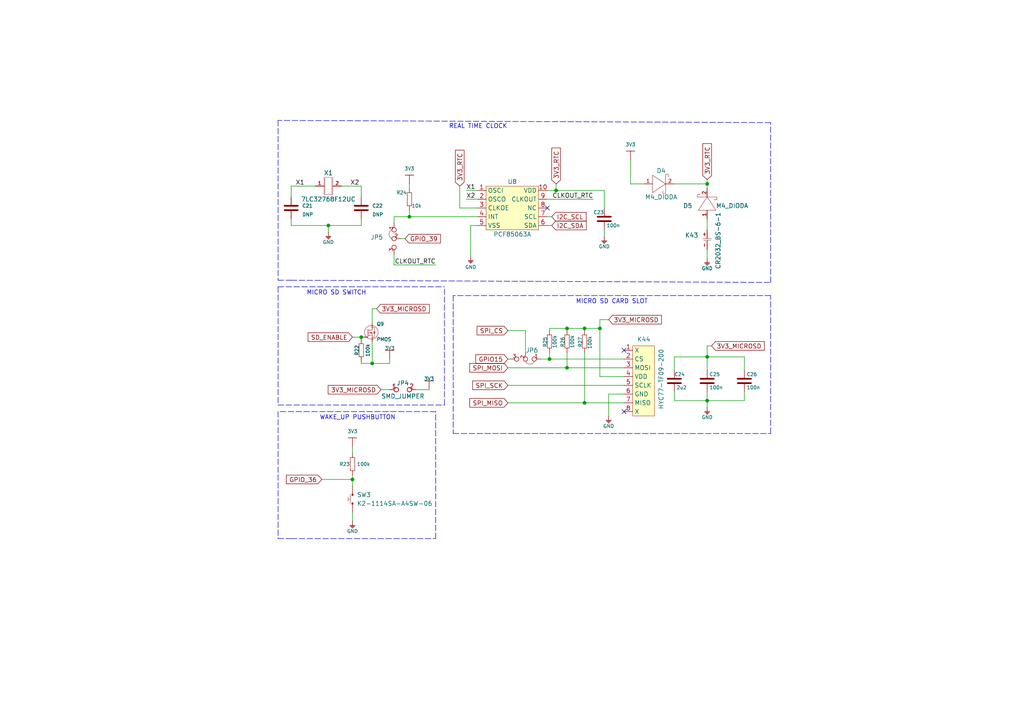
<source format=kicad_sch>
(kicad_sch (version 20211123) (generator eeschema)

  (uuid 6a374ed1-758c-4773-a824-102004d260a6)

  (paper "A4")

  (title_block
    (title "Soldered Inkplate 6COLOR")
    (date "2023-07-24")
    (rev "V1.2.1.")
    (company "SOLDERED")
    (comment 1 "333238")
  )

  (lib_symbols
    (symbol "e-radionica.com schematics:0603C" (pin_numbers hide) (pin_names (offset 0.002)) (in_bom yes) (on_board yes)
      (property "Reference" "C" (id 0) (at 0 3.81 0)
        (effects (font (size 1 1)))
      )
      (property "Value" "0603C" (id 1) (at 0 -3.175 0)
        (effects (font (size 1 1)))
      )
      (property "Footprint" "e-radionica.com footprinti:0603C" (id 2) (at 0.635 -4.445 0)
        (effects (font (size 1 1)) hide)
      )
      (property "Datasheet" "" (id 3) (at 0 0 0)
        (effects (font (size 1 1)) hide)
      )
      (symbol "0603C_0_1"
        (polyline
          (pts
            (xy -0.635 1.905)
            (xy -0.635 -1.905)
          )
          (stroke (width 0.5) (type default) (color 0 0 0 0))
          (fill (type none))
        )
        (polyline
          (pts
            (xy 0.635 1.905)
            (xy 0.635 -1.905)
          )
          (stroke (width 0.5) (type default) (color 0 0 0 0))
          (fill (type none))
        )
      )
      (symbol "0603C_1_1"
        (pin passive line (at -3.175 0 0) (length 2.54)
          (name "~" (effects (font (size 1.27 1.27))))
          (number "1" (effects (font (size 1.27 1.27))))
        )
        (pin passive line (at 3.175 0 180) (length 2.54)
          (name "~" (effects (font (size 1.27 1.27))))
          (number "2" (effects (font (size 1.27 1.27))))
        )
      )
    )
    (symbol "e-radionica.com schematics:0603R" (pin_numbers hide) (pin_names (offset 0.254)) (in_bom yes) (on_board yes)
      (property "Reference" "R" (id 0) (at 0 1.27 0)
        (effects (font (size 1 1)))
      )
      (property "Value" "0603R" (id 1) (at 0 -1.905 0)
        (effects (font (size 1 1)))
      )
      (property "Footprint" "e-radionica.com footprinti:0603R" (id 2) (at 0 -3.81 0)
        (effects (font (size 1 1)) hide)
      )
      (property "Datasheet" "" (id 3) (at -0.635 1.905 0)
        (effects (font (size 1 1)) hide)
      )
      (symbol "0603R_0_1"
        (rectangle (start -1.905 -0.635) (end 1.905 -0.6604)
          (stroke (width 0.1) (type default) (color 0 0 0 0))
          (fill (type none))
        )
        (rectangle (start -1.905 0.635) (end -1.8796 -0.635)
          (stroke (width 0.1) (type default) (color 0 0 0 0))
          (fill (type none))
        )
        (rectangle (start -1.905 0.635) (end 1.905 0.6096)
          (stroke (width 0.1) (type default) (color 0 0 0 0))
          (fill (type none))
        )
        (rectangle (start 1.905 0.635) (end 1.9304 -0.635)
          (stroke (width 0.1) (type default) (color 0 0 0 0))
          (fill (type none))
        )
      )
      (symbol "0603R_1_1"
        (pin passive line (at -3.175 0 0) (length 1.27)
          (name "~" (effects (font (size 1.27 1.27))))
          (number "1" (effects (font (size 1.27 1.27))))
        )
        (pin passive line (at 3.175 0 180) (length 1.27)
          (name "~" (effects (font (size 1.27 1.27))))
          (number "2" (effects (font (size 1.27 1.27))))
        )
      )
    )
    (symbol "e-radionica.com schematics:3V3" (power) (pin_names (offset 0)) (in_bom yes) (on_board yes)
      (property "Reference" "#PWR" (id 0) (at 4.445 0 0)
        (effects (font (size 1 1)) hide)
      )
      (property "Value" "3V3" (id 1) (at 0 3.556 0)
        (effects (font (size 1 1)))
      )
      (property "Footprint" "" (id 2) (at 4.445 3.81 0)
        (effects (font (size 1 1)) hide)
      )
      (property "Datasheet" "" (id 3) (at 4.445 3.81 0)
        (effects (font (size 1 1)) hide)
      )
      (property "ki_keywords" "power-flag" (id 4) (at 0 0 0)
        (effects (font (size 1.27 1.27)) hide)
      )
      (property "ki_description" "Power symbol creates a global label with name \"3V3\"" (id 5) (at 0 0 0)
        (effects (font (size 1.27 1.27)) hide)
      )
      (symbol "3V3_0_1"
        (polyline
          (pts
            (xy -1.27 2.54)
            (xy 1.27 2.54)
          )
          (stroke (width 0.16) (type default) (color 0 0 0 0))
          (fill (type none))
        )
        (polyline
          (pts
            (xy 0 0)
            (xy 0 2.54)
          )
          (stroke (width 0) (type default) (color 0 0 0 0))
          (fill (type none))
        )
      )
      (symbol "3V3_1_1"
        (pin power_in line (at 0 0 90) (length 0) hide
          (name "3V3" (effects (font (size 1.27 1.27))))
          (number "1" (effects (font (size 1.27 1.27))))
        )
      )
    )
    (symbol "e-radionica.com schematics:ABS07AIG-32.768KHZ-7-D-T" (in_bom yes) (on_board yes)
      (property "Reference" "X" (id 0) (at 0 3.81 0)
        (effects (font (size 1.27 1.27)))
      )
      (property "Value" "ABS07AIG-32.768KHZ-7-D-T" (id 1) (at 0 -3.81 0)
        (effects (font (size 1.27 1.27)))
      )
      (property "Footprint" "e-radionica.com footprinti:ABS07AIG-32.768KHZ-7-D-T" (id 2) (at 0 0 0)
        (effects (font (size 1.27 1.27)) hide)
      )
      (property "Datasheet" "" (id 3) (at 0 0 0)
        (effects (font (size 1.27 1.27)) hide)
      )
      (symbol "ABS07AIG-32.768KHZ-7-D-T_0_1"
        (polyline
          (pts
            (xy -1.27 2.54)
            (xy -1.27 -2.54)
          )
          (stroke (width 0.0006) (type default) (color 0 0 0 0))
          (fill (type none))
        )
        (polyline
          (pts
            (xy 1.27 2.54)
            (xy 1.27 -2.54)
            (xy 1.27 -1.27)
          )
          (stroke (width 0.0006) (type default) (color 0 0 0 0))
          (fill (type none))
        )
        (polyline
          (pts
            (xy -1.016 2.54)
            (xy -1.016 -2.54)
            (xy 1.016 -2.54)
            (xy 1.016 2.54)
            (xy -1.016 2.54)
            (xy 0.762 2.54)
          )
          (stroke (width 0.0006) (type default) (color 0 0 0 0))
          (fill (type none))
        )
      )
      (symbol "ABS07AIG-32.768KHZ-7-D-T_1_1"
        (pin passive line (at -3.81 0 0) (length 2.54)
          (name "~" (effects (font (size 1 1))))
          (number "1" (effects (font (size 1 1))))
        )
        (pin passive line (at 3.81 0 180) (length 2.54)
          (name "~" (effects (font (size 1 1))))
          (number "2" (effects (font (size 1 1))))
        )
      )
    )
    (symbol "e-radionica.com schematics:CR2032_BS-6-1" (in_bom yes) (on_board yes)
      (property "Reference" "K" (id 0) (at 0 2.54 0)
        (effects (font (size 1.27 1.27)))
      )
      (property "Value" "CR2032_BS-6-1" (id 1) (at 0 -2.54 0)
        (effects (font (size 1.27 1.27)))
      )
      (property "Footprint" "e-radionica.com footprinti:CR2032-BS-6-1" (id 2) (at 0 -5.08 0)
        (effects (font (size 1.27 1.27)) hide)
      )
      (property "Datasheet" "" (id 3) (at 0 0 0)
        (effects (font (size 1.27 1.27)) hide)
      )
      (property "ki_keywords" "CR2032 BS-6" (id 4) (at 0 0 0)
        (effects (font (size 1.27 1.27)) hide)
      )
      (property "ki_description" "CR2032 HOLDER" (id 5) (at 0 0 0)
        (effects (font (size 1.27 1.27)) hide)
      )
      (symbol "CR2032_BS-6-1_0_1"
        (polyline
          (pts
            (xy 0 -1.27)
            (xy 0 1.27)
            (xy 0 -0.762)
          )
          (stroke (width 0.1) (type default) (color 0 0 0 0))
          (fill (type none))
        )
        (polyline
          (pts
            (xy 0.508 1.016)
            (xy 0.508 -1.016)
            (xy 0.508 -0.762)
          )
          (stroke (width 0.1) (type default) (color 0 0 0 0))
          (fill (type none))
        )
      )
      (symbol "CR2032_BS-6-1_1_1"
        (pin input line (at -2.54 0 0) (length 2.54)
          (name "" (effects (font (size 1 1))))
          (number "+" (effects (font (size 1 1))))
        )
        (pin output line (at 3.175 0 180) (length 2.54)
          (name "" (effects (font (size 1 1))))
          (number "-" (effects (font (size 1 1))))
        )
      )
    )
    (symbol "e-radionica.com schematics:GND" (power) (pin_names (offset 0)) (in_bom yes) (on_board yes)
      (property "Reference" "#PWR" (id 0) (at 4.445 0 0)
        (effects (font (size 1 1)) hide)
      )
      (property "Value" "GND" (id 1) (at 0 -2.921 0)
        (effects (font (size 1 1)))
      )
      (property "Footprint" "" (id 2) (at 4.445 3.81 0)
        (effects (font (size 1 1)) hide)
      )
      (property "Datasheet" "" (id 3) (at 4.445 3.81 0)
        (effects (font (size 1 1)) hide)
      )
      (property "ki_keywords" "power-flag" (id 4) (at 0 0 0)
        (effects (font (size 1.27 1.27)) hide)
      )
      (property "ki_description" "Power symbol creates a global label with name \"GND\"" (id 5) (at 0 0 0)
        (effects (font (size 1.27 1.27)) hide)
      )
      (symbol "GND_0_1"
        (polyline
          (pts
            (xy -0.762 -1.27)
            (xy 0.762 -1.27)
          )
          (stroke (width 0.16) (type default) (color 0 0 0 0))
          (fill (type none))
        )
        (polyline
          (pts
            (xy -0.635 -1.524)
            (xy 0.635 -1.524)
          )
          (stroke (width 0.16) (type default) (color 0 0 0 0))
          (fill (type none))
        )
        (polyline
          (pts
            (xy -0.381 -1.778)
            (xy 0.381 -1.778)
          )
          (stroke (width 0.16) (type default) (color 0 0 0 0))
          (fill (type none))
        )
        (polyline
          (pts
            (xy -0.127 -2.032)
            (xy 0.127 -2.032)
          )
          (stroke (width 0.16) (type default) (color 0 0 0 0))
          (fill (type none))
        )
        (polyline
          (pts
            (xy 0 0)
            (xy 0 -1.27)
          )
          (stroke (width 0.16) (type default) (color 0 0 0 0))
          (fill (type none))
        )
      )
      (symbol "GND_1_1"
        (pin power_in line (at 0 0 270) (length 0) hide
          (name "GND" (effects (font (size 1.27 1.27))))
          (number "1" (effects (font (size 1.27 1.27))))
        )
      )
    )
    (symbol "e-radionica.com schematics:HYC77-TF09-200" (in_bom yes) (on_board yes)
      (property "Reference" "K" (id 0) (at 0 11.43 0)
        (effects (font (size 1.27 1.27)))
      )
      (property "Value" "HYC77-TF09-200" (id 1) (at 0 -11.43 0)
        (effects (font (size 1.27 1.27)))
      )
      (property "Footprint" "e-radionica.com footprinti:HYC77-TF09-200" (id 2) (at 0 -13.97 0)
        (effects (font (size 1.27 1.27)) hide)
      )
      (property "Datasheet" "" (id 3) (at -1.27 5.08 0)
        (effects (font (size 1.27 1.27)) hide)
      )
      (property "ki_keywords" "micro SD card holder" (id 4) (at 0 0 0)
        (effects (font (size 1.27 1.27)) hide)
      )
      (property "ki_description" "Micro SDcard holder" (id 5) (at 0 0 0)
        (effects (font (size 1.27 1.27)) hide)
      )
      (symbol "HYC77-TF09-200_0_1"
        (rectangle (start -2.54 10.16) (end 3.81 -10.16)
          (stroke (width 0.1) (type default) (color 0 0 0 0))
          (fill (type background))
        )
      )
      (symbol "HYC77-TF09-200_1_1"
        (pin bidirectional line (at -5.08 8.89 0) (length 2.54)
          (name "X" (effects (font (size 1.27 1.27))))
          (number "1" (effects (font (size 1.27 1.27))))
        )
        (pin bidirectional line (at -5.08 6.35 0) (length 2.54)
          (name "CS" (effects (font (size 1.27 1.27))))
          (number "2" (effects (font (size 1.27 1.27))))
        )
        (pin bidirectional line (at -5.08 3.81 0) (length 2.54)
          (name "MOSI" (effects (font (size 1.27 1.27))))
          (number "3" (effects (font (size 1.27 1.27))))
        )
        (pin bidirectional line (at -5.08 1.27 0) (length 2.54)
          (name "VDD" (effects (font (size 1.27 1.27))))
          (number "4" (effects (font (size 1.27 1.27))))
        )
        (pin bidirectional line (at -5.08 -1.27 0) (length 2.54)
          (name "SCLK" (effects (font (size 1.27 1.27))))
          (number "5" (effects (font (size 1.27 1.27))))
        )
        (pin bidirectional line (at -5.08 -3.81 0) (length 2.54)
          (name "GND" (effects (font (size 1.27 1.27))))
          (number "6" (effects (font (size 1.27 1.27))))
        )
        (pin bidirectional line (at -5.08 -6.35 0) (length 2.54)
          (name "MISO" (effects (font (size 1.27 1.27))))
          (number "7" (effects (font (size 1.27 1.27))))
        )
        (pin bidirectional line (at -5.08 -8.89 0) (length 2.54)
          (name "X" (effects (font (size 1.27 1.27))))
          (number "8" (effects (font (size 1.27 1.27))))
        )
      )
    )
    (symbol "e-radionica.com schematics:K2-1114SA-A4SW-06" (pin_numbers hide) (pin_names hide) (in_bom yes) (on_board yes)
      (property "Reference" "SW" (id 0) (at 0 2.54 0)
        (effects (font (size 1.27 1.27)))
      )
      (property "Value" "K2-1114SA-A4SW-06" (id 1) (at 0 -2.54 0)
        (effects (font (size 1.27 1.27)))
      )
      (property "Footprint" "e-radionica.com footprinti:K2-1114SA-A4SW-06" (id 2) (at 0 -5.08 0)
        (effects (font (size 1.27 1.27)) hide)
      )
      (property "Datasheet" "" (id 3) (at 1.27 17.78 0)
        (effects (font (size 1.27 1.27)) hide)
      )
      (symbol "K2-1114SA-A4SW-06_0_1"
        (circle (center -1.27 0) (radius 0.254)
          (stroke (width 0.001) (type default) (color 0 0 0 0))
          (fill (type outline))
        )
        (polyline
          (pts
            (xy -1.27 0.635)
            (xy 1.27 0.635)
          )
          (stroke (width 0.1) (type default) (color 0 0 0 0))
          (fill (type none))
        )
        (polyline
          (pts
            (xy 0 0.635)
            (xy 0 1.27)
          )
          (stroke (width 0.0006) (type default) (color 0 0 0 0))
          (fill (type none))
        )
        (polyline
          (pts
            (xy 0.635 1.27)
            (xy -0.635 1.27)
          )
          (stroke (width 0.1) (type default) (color 0 0 0 0))
          (fill (type none))
        )
        (circle (center 1.27 0) (radius 0.254)
          (stroke (width 0.001) (type default) (color 0 0 0 0))
          (fill (type outline))
        )
      )
      (symbol "K2-1114SA-A4SW-06_1_1"
        (pin passive line (at -3.81 0 0) (length 2.54)
          (name "~" (effects (font (size 1 1))))
          (number "1" (effects (font (size 1 1))))
        )
        (pin passive line (at 3.81 0 180) (length 2.54)
          (name "~" (effects (font (size 1 1))))
          (number "2" (effects (font (size 1 1))))
        )
      )
    )
    (symbol "e-radionica.com schematics:M4_DIODA" (pin_names hide) (in_bom yes) (on_board yes)
      (property "Reference" "D" (id 0) (at 0 3.81 0)
        (effects (font (size 1.27 1.27)))
      )
      (property "Value" "M4_DIODA" (id 1) (at 0 -4.572 0)
        (effects (font (size 1.27 1.27)))
      )
      (property "Footprint" "e-radionica.com footprinti:M4_DIODA" (id 2) (at 0 -6.35 0)
        (effects (font (size 1.27 1.27)) hide)
      )
      (property "Datasheet" "" (id 3) (at 0 0 0)
        (effects (font (size 1.27 1.27)) hide)
      )
      (symbol "M4_DIODA_0_1"
        (polyline
          (pts
            (xy -2.54 2.54)
            (xy -2.54 -2.54)
            (xy 1.27 0)
            (xy -2.54 2.54)
          )
          (stroke (width 0.1) (type default) (color 0 0 0 0))
          (fill (type none))
        )
        (polyline
          (pts
            (xy 1.27 2.794)
            (xy 1.27 -2.794)
            (xy 0.508 -2.794)
            (xy 0.508 -2.032)
          )
          (stroke (width 0.1) (type default) (color 0 0 0 0))
          (fill (type none))
        )
        (polyline
          (pts
            (xy 1.27 2.794)
            (xy 2.032 2.794)
            (xy 2.032 2.032)
            (xy 2.032 2.54)
          )
          (stroke (width 0.1) (type default) (color 0 0 0 0))
          (fill (type none))
        )
      )
      (symbol "M4_DIODA_1_1"
        (pin passive line (at -5.08 0 0) (length 2.54)
          (name "A" (effects (font (size 1 1))))
          (number "1" (effects (font (size 1 1))))
        )
        (pin passive line (at 3.81 0 180) (length 2.54)
          (name "K" (effects (font (size 1 1))))
          (number "2" (effects (font (size 1 1))))
        )
      )
    )
    (symbol "e-radionica.com schematics:PCF85063A" (in_bom yes) (on_board yes)
      (property "Reference" "U" (id 0) (at 0 7.62 0)
        (effects (font (size 1.27 1.27)))
      )
      (property "Value" "PCF85063A" (id 1) (at 0 -7.62 0)
        (effects (font (size 1.27 1.27)))
      )
      (property "Footprint" "e-radionica.com footprinti:PCF85063A" (id 2) (at 0 -10.16 0)
        (effects (font (size 1.27 1.27)) hide)
      )
      (property "Datasheet" "" (id 3) (at -6.35 2.54 0)
        (effects (font (size 1.27 1.27)) hide)
      )
      (symbol "PCF85063A_0_1"
        (rectangle (start -7.62 6.35) (end 7.62 -6.35)
          (stroke (width 0.1) (type default) (color 0 0 0 0))
          (fill (type background))
        )
      )
      (symbol "PCF85063A_1_1"
        (pin passive line (at -10.16 5.08 0) (length 2.54)
          (name "OSCI" (effects (font (size 1.27 1.27))))
          (number "1" (effects (font (size 1.27 1.27))))
        )
        (pin passive line (at 10.16 5.08 180) (length 2.54)
          (name "VDD" (effects (font (size 1.27 1.27))))
          (number "10" (effects (font (size 1.27 1.27))))
        )
        (pin passive line (at -10.16 2.54 0) (length 2.54)
          (name "OSCO" (effects (font (size 1.27 1.27))))
          (number "2" (effects (font (size 1.27 1.27))))
        )
        (pin passive line (at -10.16 0 0) (length 2.54)
          (name "CLKOE" (effects (font (size 1.27 1.27))))
          (number "3" (effects (font (size 1.27 1.27))))
        )
        (pin passive line (at -10.16 -2.54 0) (length 2.54)
          (name "INT" (effects (font (size 1.27 1.27))))
          (number "4" (effects (font (size 1.27 1.27))))
        )
        (pin passive line (at -10.16 -5.08 0) (length 2.54)
          (name "VSS" (effects (font (size 1.27 1.27))))
          (number "5" (effects (font (size 1.27 1.27))))
        )
        (pin passive line (at 10.16 -5.08 180) (length 2.54)
          (name "SDA" (effects (font (size 1.27 1.27))))
          (number "6" (effects (font (size 1.27 1.27))))
        )
        (pin passive line (at 10.16 -2.54 180) (length 2.54)
          (name "SCL" (effects (font (size 1.27 1.27))))
          (number "7" (effects (font (size 1.27 1.27))))
        )
        (pin passive line (at 10.16 0 180) (length 2.54)
          (name "NC" (effects (font (size 1.27 1.27))))
          (number "8" (effects (font (size 1.27 1.27))))
        )
        (pin passive line (at 10.16 2.54 180) (length 2.54)
          (name "CLKOUT" (effects (font (size 1.27 1.27))))
          (number "9" (effects (font (size 1.27 1.27))))
        )
      )
    )
    (symbol "e-radionica.com schematics:PMOS-SOT-23-3" (pin_numbers hide) (pin_names hide) (in_bom yes) (on_board yes)
      (property "Reference" "Q" (id 0) (at -1.27 2.54 0)
        (effects (font (size 1 1)))
      )
      (property "Value" "PMOS-SOT-23-3" (id 1) (at 0.381 -4.064 0)
        (effects (font (size 1 1)))
      )
      (property "Footprint" "e-radionica.com footprinti:SOT-23-3" (id 2) (at 1.27 -7.62 0)
        (effects (font (size 1 1)) hide)
      )
      (property "Datasheet" "" (id 3) (at 0 0 0)
        (effects (font (size 1 1)) hide)
      )
      (symbol "PMOS-SOT-23-3_0_1"
        (polyline
          (pts
            (xy 0 -1.27)
            (xy 0 1.016)
          )
          (stroke (width 0.1) (type default) (color 0 0 0 0))
          (fill (type none))
        )
        (polyline
          (pts
            (xy 0.254 -1.016)
            (xy 0.254 -0.508)
          )
          (stroke (width 0.1) (type default) (color 0 0 0 0))
          (fill (type none))
        )
        (polyline
          (pts
            (xy 0.254 -0.762)
            (xy 1.27 -0.762)
          )
          (stroke (width 0.1) (type default) (color 0 0 0 0))
          (fill (type none))
        )
        (polyline
          (pts
            (xy 0.254 -0.254)
            (xy 0.254 0.254)
          )
          (stroke (width 0.1) (type default) (color 0 0 0 0))
          (fill (type none))
        )
        (polyline
          (pts
            (xy 0.254 0.762)
            (xy 1.27 0.762)
          )
          (stroke (width 0.1) (type default) (color 0 0 0 0))
          (fill (type none))
        )
        (polyline
          (pts
            (xy 0.254 1.016)
            (xy 0.254 0.508)
          )
          (stroke (width 0.1) (type default) (color 0 0 0 0))
          (fill (type none))
        )
        (polyline
          (pts
            (xy 1.27 -1.27)
            (xy 1.27 -0.762)
          )
          (stroke (width 0.1) (type default) (color 0 0 0 0))
          (fill (type none))
        )
        (polyline
          (pts
            (xy 1.27 0.762)
            (xy 1.27 1.27)
          )
          (stroke (width 0.1) (type default) (color 0 0 0 0))
          (fill (type none))
        )
        (polyline
          (pts
            (xy 2.159 -0.127)
            (xy 1.651 -0.127)
          )
          (stroke (width 0.1) (type default) (color 0 0 0 0))
          (fill (type none))
        )
        (polyline
          (pts
            (xy 2.159 0.254)
            (xy 1.905 -0.127)
          )
          (stroke (width 0.1) (type default) (color 0 0 0 0))
          (fill (type none))
        )
        (polyline
          (pts
            (xy 0.254 0)
            (xy 1.27 0)
            (xy 1.27 -0.762)
          )
          (stroke (width 0.1) (type default) (color 0 0 0 0))
          (fill (type none))
        )
        (polyline
          (pts
            (xy 2.159 0.254)
            (xy 1.651 0.254)
            (xy 1.905 -0.127)
          )
          (stroke (width 0.1) (type default) (color 0 0 0 0))
          (fill (type none))
        )
        (polyline
          (pts
            (xy 1.143 0)
            (xy 0.889 -0.254)
            (xy 0.889 0.254)
            (xy 1.143 0)
          )
          (stroke (width 0.1) (type default) (color 0 0 0 0))
          (fill (type none))
        )
        (polyline
          (pts
            (xy 1.27 -1.27)
            (xy 1.905 -1.27)
            (xy 1.905 1.524)
            (xy 1.27 1.524)
          )
          (stroke (width 0.1) (type default) (color 0 0 0 0))
          (fill (type none))
        )
        (circle (center 1.016 0.127) (radius 1.9716)
          (stroke (width 0.1) (type default) (color 0 0 0 0))
          (fill (type none))
        )
      )
      (symbol "PMOS-SOT-23-3_1_1"
        (pin passive line (at -1.27 -1.27 0) (length 1.27)
          (name "G" (effects (font (size 1 1))))
          (number "1" (effects (font (size 1 1))))
        )
        (pin passive line (at 1.27 -2.54 90) (length 1.27)
          (name "S" (effects (font (size 1 1))))
          (number "2" (effects (font (size 1 1))))
        )
        (pin passive line (at 1.27 2.54 270) (length 1.27)
          (name "D" (effects (font (size 1 1))))
          (number "3" (effects (font (size 1 1))))
        )
      )
    )
    (symbol "e-radionica.com schematics:SMD_JUMPER" (in_bom yes) (on_board yes)
      (property "Reference" "JP" (id 0) (at 0 1.397 0)
        (effects (font (size 1.27 1.27)))
      )
      (property "Value" "SMD_JUMPER" (id 1) (at 0 -2.54 0)
        (effects (font (size 1.27 1.27)))
      )
      (property "Footprint" "e-radionica.com footprinti:SMD_JUMPER" (id 2) (at 0 -5.08 0)
        (effects (font (size 1.27 1.27)) hide)
      )
      (property "Datasheet" "" (id 3) (at 0 0 0)
        (effects (font (size 1.27 1.27)) hide)
      )
      (symbol "SMD_JUMPER_1_1"
        (pin passive inverted (at -3.81 0 0) (length 2.54)
          (name "" (effects (font (size 1.27 1.27))))
          (number "1" (effects (font (size 1.27 1.27))))
        )
        (pin passive inverted (at 3.81 0 180) (length 2.54)
          (name "" (effects (font (size 1.27 1.27))))
          (number "2" (effects (font (size 1.27 1.27))))
        )
      )
    )
    (symbol "e-radionica.com schematics:SMD_JUMPER_3_PAD_CONNECTED_LEFT_TRACE" (in_bom yes) (on_board yes)
      (property "Reference" "JP" (id 0) (at 0 3.81 0)
        (effects (font (size 1.27 1.27)))
      )
      (property "Value" "SMD_JUMPER_3_PAD_CONNECTED_LEFT_TRACE" (id 1) (at -1.27 -7.62 0)
        (effects (font (size 1.27 1.27)) hide)
      )
      (property "Footprint" "e-radionica.com footprinti:SMD_JUMPER_3_PAD_CONNECTED_LEFT_TRACE" (id 2) (at 2.54 -12.7 0)
        (effects (font (size 1.27 1.27)) hide)
      )
      (property "Datasheet" "" (id 3) (at 0 0 0)
        (effects (font (size 1.27 1.27)) hide)
      )
      (symbol "SMD_JUMPER_3_PAD_CONNECTED_LEFT_TRACE_0_1"
        (arc (start -0.635 0.5842) (mid -1.9346 1.472) (end -3.2512 0.6096)
          (stroke (width 0.1) (type default) (color 0 0 0 0))
          (fill (type none))
        )
      )
      (symbol "SMD_JUMPER_3_PAD_CONNECTED_LEFT_TRACE_1_1"
        (pin passive inverted (at -5.08 0 0) (length 2.54)
          (name "" (effects (font (size 1 1))))
          (number "1" (effects (font (size 1 1))))
        )
        (pin passive inverted (at -0.635 -1.905 90) (length 2.54)
          (name "" (effects (font (size 1 1))))
          (number "2" (effects (font (size 1 1))))
        )
        (pin passive inverted (at 3.81 0 180) (length 2.54)
          (name "" (effects (font (size 1 1))))
          (number "3" (effects (font (size 1 1))))
        )
      )
    )
  )

  (junction (at 102.235 139.065) (diameter 0) (color 0 0 0 0)
    (uuid 18fbe904-d139-4b93-b3ea-0b189f538993)
  )
  (junction (at 95.25 65.405) (diameter 0) (color 0 0 0 0)
    (uuid 33d0f83e-639e-42b5-9f17-e979c845beaf)
  )
  (junction (at 161.29 55.245) (diameter 0) (color 0 0 0 0)
    (uuid 513d2813-b774-4b31-9ff1-f9a5960aacaa)
  )
  (junction (at 205.105 116.205) (diameter 0) (color 0 0 0 0)
    (uuid 5eea70c7-de1a-46e0-994a-e64e07c8e7fa)
  )
  (junction (at 205.105 53.34) (diameter 0) (color 0 0 0 0)
    (uuid 6d89b524-f6c3-42f3-bc54-5580fe739b68)
  )
  (junction (at 205.105 103.505) (diameter 0) (color 0 0 0 0)
    (uuid 6de0592c-e06f-4346-a2c4-1290997b605d)
  )
  (junction (at 118.745 62.865) (diameter 0) (color 0 0 0 0)
    (uuid 705d6dd1-71b2-416a-a0ba-27790c5e594c)
  )
  (junction (at 104.775 97.79) (diameter 0) (color 0 0 0 0)
    (uuid 92e32640-e196-4c85-8f9a-76c8e59b51f9)
  )
  (junction (at 169.545 95.25) (diameter 0) (color 0 0 0 0)
    (uuid 942179d5-1bff-423c-9dd6-98aea5979108)
  )
  (junction (at 164.465 106.68) (diameter 0) (color 0 0 0 0)
    (uuid d7a705b0-174b-41e6-9a46-646702928860)
  )
  (junction (at 159.385 104.14) (diameter 0) (color 0 0 0 0)
    (uuid e236f0ae-9199-47e3-a4f9-fd3719295fe5)
  )
  (junction (at 164.465 95.25) (diameter 0) (color 0 0 0 0)
    (uuid e88fe77d-fd4a-4188-bfc8-df298d66fef5)
  )
  (junction (at 169.545 116.84) (diameter 0) (color 0 0 0 0)
    (uuid ec6c9940-de76-45dd-bdc4-b11ad0ae470a)
  )
  (junction (at 173.99 95.25) (diameter 0) (color 0 0 0 0)
    (uuid f4fc380c-184a-469a-9cf7-8f640ee95578)
  )
  (junction (at 107.95 105.41) (diameter 0) (color 0 0 0 0)
    (uuid fdbf1dde-c192-4b5b-b63e-3eb2f9e0a0a0)
  )

  (no_connect (at 180.975 101.6) (uuid 4e520813-cfda-4df8-bb4b-4d7e5d3a2a86))
  (no_connect (at 158.75 60.325) (uuid 6ddf6855-9243-44be-ac6a-79e731d084bc))
  (no_connect (at 180.975 119.38) (uuid e28caa87-0a25-4065-b6f5-44c51e1836de))

  (polyline (pts (xy 80.645 83.185) (xy 128.905 83.185))
    (stroke (width 0) (type default) (color 0 0 0 0))
    (uuid 004ddc44-7042-4b60-8ce0-84158061ee16)
  )

  (wire (pts (xy 95.25 65.405) (xy 95.25 67.31))
    (stroke (width 0) (type default) (color 0 0 0 0))
    (uuid 017ee159-8940-4d2a-975d-54f32b425a78)
  )
  (wire (pts (xy 102.235 148.59) (xy 102.235 151.13))
    (stroke (width 0) (type default) (color 0 0 0 0))
    (uuid 046d246f-5e5b-4bf8-a15a-9d5e052a5dd9)
  )
  (wire (pts (xy 107.95 93.98) (xy 107.95 89.535))
    (stroke (width 0) (type default) (color 0 0 0 0))
    (uuid 048a024b-45cc-4252-a264-71a04332d761)
  )
  (wire (pts (xy 84.455 63.5) (xy 84.455 65.405))
    (stroke (width 0) (type default) (color 0 0 0 0))
    (uuid 051a0285-7082-48de-b23b-359bd57c8438)
  )
  (wire (pts (xy 102.235 139.065) (xy 102.235 140.97))
    (stroke (width 0) (type default) (color 0 0 0 0))
    (uuid 0946aecf-9ce8-44df-875f-a4b8a985be24)
  )
  (wire (pts (xy 114.3 62.865) (xy 114.3 64.77))
    (stroke (width 0) (type default) (color 0 0 0 0))
    (uuid 0a05bdbd-6ff8-4b40-8659-350580f6bab1)
  )
  (wire (pts (xy 206.375 100.33) (xy 205.105 100.33))
    (stroke (width 0) (type default) (color 0 0 0 0))
    (uuid 0a4eeaf2-3501-4b40-a0bb-90b9c2e88233)
  )
  (wire (pts (xy 104.775 53.975) (xy 104.775 57.15))
    (stroke (width 0) (type default) (color 0 0 0 0))
    (uuid 0c9e2f34-b08f-402c-8016-b1a750264412)
  )
  (polyline (pts (xy 128.905 117.475) (xy 128.905 83.185))
    (stroke (width 0) (type default) (color 0 0 0 0))
    (uuid 0d0580c1-d30d-468e-91d9-c6166194c4d4)
  )
  (polyline (pts (xy 126.365 156.21) (xy 126.365 119.38))
    (stroke (width 0) (type default) (color 0 0 0 0))
    (uuid 13501e47-e58b-4d2f-b3e9-b038f11b2360)
  )

  (wire (pts (xy 169.545 102.235) (xy 169.545 116.84))
    (stroke (width 0) (type default) (color 0 0 0 0))
    (uuid 1382af56-66bf-4f3d-91d6-da2109117922)
  )
  (wire (pts (xy 164.465 102.235) (xy 164.465 106.68))
    (stroke (width 0) (type default) (color 0 0 0 0))
    (uuid 14ab0fd1-c65d-4b13-a6c1-600211e98b0b)
  )
  (wire (pts (xy 147.32 95.885) (xy 152.4 95.885))
    (stroke (width 0) (type default) (color 0 0 0 0))
    (uuid 153e8b37-fc63-4508-83e6-7558eacd1870)
  )
  (wire (pts (xy 169.545 95.25) (xy 164.465 95.25))
    (stroke (width 0) (type default) (color 0 0 0 0))
    (uuid 16b30574-99b7-49b3-93c1-0495b0e9e5fa)
  )
  (wire (pts (xy 118.745 53.34) (xy 118.745 54.61))
    (stroke (width 0) (type default) (color 0 0 0 0))
    (uuid 1b4c28f1-61e5-4175-986d-556ec1c57079)
  )
  (wire (pts (xy 114.3 76.835) (xy 126.365 76.835))
    (stroke (width 0) (type default) (color 0 0 0 0))
    (uuid 1db7659f-2969-410c-b910-d74fcccecdae)
  )
  (wire (pts (xy 158.75 62.865) (xy 160.02 62.865))
    (stroke (width 0) (type default) (color 0 0 0 0))
    (uuid 1fa96953-fbc9-466a-8452-c03d7505c2ac)
  )
  (wire (pts (xy 93.345 139.065) (xy 102.235 139.065))
    (stroke (width 0) (type default) (color 0 0 0 0))
    (uuid 214b3fbf-da19-495c-9fba-c0d0a0a956ae)
  )
  (wire (pts (xy 159.385 95.885) (xy 159.385 95.25))
    (stroke (width 0) (type default) (color 0 0 0 0))
    (uuid 24739e7e-328a-4dda-88a7-919236c6b822)
  )
  (wire (pts (xy 169.545 116.84) (xy 180.975 116.84))
    (stroke (width 0) (type default) (color 0 0 0 0))
    (uuid 255b31bc-b44f-4807-9075-e60da1e2cc3e)
  )
  (wire (pts (xy 195.58 53.34) (xy 205.105 53.34))
    (stroke (width 0) (type default) (color 0 0 0 0))
    (uuid 2a54818a-1b8b-4cff-b903-c7a8a8a3d3a1)
  )
  (wire (pts (xy 173.99 95.25) (xy 169.545 95.25))
    (stroke (width 0) (type default) (color 0 0 0 0))
    (uuid 2b31ae7c-f92b-448e-82d2-a883436d0567)
  )
  (polyline (pts (xy 80.645 34.925) (xy 80.645 81.28))
    (stroke (width 0) (type default) (color 0 0 0 0))
    (uuid 2dbaa07e-1a61-4aaf-a05e-c580f12828c3)
  )
  (polyline (pts (xy 80.645 117.475) (xy 128.905 117.475))
    (stroke (width 0) (type default) (color 0 0 0 0))
    (uuid 3101bb3c-59a9-4f4f-ab8f-1b48ed51066a)
  )

  (wire (pts (xy 84.455 53.975) (xy 84.455 57.15))
    (stroke (width 0) (type default) (color 0 0 0 0))
    (uuid 3299c0f3-1108-42cc-a129-4e14e035354d)
  )
  (wire (pts (xy 164.465 95.25) (xy 164.465 95.885))
    (stroke (width 0) (type default) (color 0 0 0 0))
    (uuid 35761d88-78df-4fc3-a34c-f32e350f3db9)
  )
  (wire (pts (xy 159.385 104.14) (xy 180.975 104.14))
    (stroke (width 0) (type default) (color 0 0 0 0))
    (uuid 37e152eb-06c2-4283-85c0-fd33f6c0eafb)
  )
  (wire (pts (xy 133.35 53.975) (xy 133.35 60.325))
    (stroke (width 0) (type default) (color 0 0 0 0))
    (uuid 397cd8c9-33c5-418b-8141-a87bd7788401)
  )
  (wire (pts (xy 102.235 137.795) (xy 102.235 139.065))
    (stroke (width 0) (type default) (color 0 0 0 0))
    (uuid 39b77940-1e73-4e4a-8618-fe5d690a9673)
  )
  (wire (pts (xy 118.745 62.865) (xy 138.43 62.865))
    (stroke (width 0) (type default) (color 0 0 0 0))
    (uuid 3d458c4e-edf1-44ad-8675-d6785a7cb4e8)
  )
  (wire (pts (xy 107.95 99.06) (xy 107.95 105.41))
    (stroke (width 0) (type default) (color 0 0 0 0))
    (uuid 3eb4edd6-8739-40e2-84d2-6049c46305d0)
  )
  (wire (pts (xy 205.105 118.11) (xy 205.105 116.205))
    (stroke (width 0) (type default) (color 0 0 0 0))
    (uuid 4e9afd54-290a-4aa9-9d93-2da40ec47090)
  )
  (wire (pts (xy 205.105 52.07) (xy 205.105 53.34))
    (stroke (width 0) (type default) (color 0 0 0 0))
    (uuid 4ea4e225-4a71-4d81-9158-c04ff0d7189a)
  )
  (wire (pts (xy 135.255 57.785) (xy 138.43 57.785))
    (stroke (width 0) (type default) (color 0 0 0 0))
    (uuid 510c4952-a6ce-49e4-91a3-37d78d8fdd76)
  )
  (wire (pts (xy 104.775 97.79) (xy 104.775 98.425))
    (stroke (width 0) (type default) (color 0 0 0 0))
    (uuid 5347e695-15c5-409e-8741-24971591c5f0)
  )
  (wire (pts (xy 176.53 114.3) (xy 176.53 120.65))
    (stroke (width 0) (type default) (color 0 0 0 0))
    (uuid 54225cdc-50bb-4615-8dd0-b487d997b822)
  )
  (wire (pts (xy 161.29 53.34) (xy 161.29 55.245))
    (stroke (width 0) (type default) (color 0 0 0 0))
    (uuid 54531c05-09a1-48e4-850c-d63927294b4f)
  )
  (polyline (pts (xy 84.455 81.28) (xy 223.52 81.915))
    (stroke (width 0) (type default) (color 0 0 0 0))
    (uuid 562fd732-359c-4e07-bb0e-2dfde7b3d8ee)
  )

  (wire (pts (xy 195.58 107.315) (xy 195.58 103.505))
    (stroke (width 0) (type default) (color 0 0 0 0))
    (uuid 56e4e31f-45c2-41d8-a50d-05d22cfbe8c9)
  )
  (wire (pts (xy 147.32 116.84) (xy 169.545 116.84))
    (stroke (width 0) (type default) (color 0 0 0 0))
    (uuid 5bbf5f03-1dca-43ea-bd9e-cd68093df64c)
  )
  (wire (pts (xy 120.65 113.03) (xy 124.46 113.03))
    (stroke (width 0) (type default) (color 0 0 0 0))
    (uuid 5e1b60a7-4a6c-42a7-8d1b-1468c1d02178)
  )
  (wire (pts (xy 195.58 116.205) (xy 205.105 116.205))
    (stroke (width 0) (type default) (color 0 0 0 0))
    (uuid 5eaf8c8a-57b2-474c-a26e-d3832dbf8e56)
  )
  (polyline (pts (xy 80.645 156.21) (xy 84.455 156.21))
    (stroke (width 0) (type default) (color 0 0 0 0))
    (uuid 5f4c7f2e-034c-415c-84e3-d7f04d1152c6)
  )

  (wire (pts (xy 164.465 106.68) (xy 180.975 106.68))
    (stroke (width 0) (type default) (color 0 0 0 0))
    (uuid 5fd194e9-ac91-4c1e-8f70-803250d3b0a4)
  )
  (wire (pts (xy 205.105 113.665) (xy 205.105 116.205))
    (stroke (width 0) (type default) (color 0 0 0 0))
    (uuid 60b747d0-4390-464c-a9b0-c03bd0187825)
  )
  (wire (pts (xy 116.205 69.215) (xy 117.475 69.215))
    (stroke (width 0) (type default) (color 0 0 0 0))
    (uuid 62e8f452-fcea-4609-a0cf-a4ee7238b909)
  )
  (wire (pts (xy 102.235 97.79) (xy 104.775 97.79))
    (stroke (width 0) (type default) (color 0 0 0 0))
    (uuid 63fa5ef6-9006-485b-9f07-34ae6a9785f2)
  )
  (wire (pts (xy 107.95 89.535) (xy 109.22 89.535))
    (stroke (width 0) (type default) (color 0 0 0 0))
    (uuid 64d8513d-7803-4d97-9a6f-c1c89266d809)
  )
  (wire (pts (xy 104.775 63.5) (xy 104.775 65.405))
    (stroke (width 0) (type default) (color 0 0 0 0))
    (uuid 66959c92-e4c6-4d89-9a0f-801c7d696007)
  )
  (wire (pts (xy 158.75 57.785) (xy 172.085 57.785))
    (stroke (width 0) (type default) (color 0 0 0 0))
    (uuid 67cc6103-5f88-4227-b5ac-e72d57dc60c9)
  )
  (wire (pts (xy 175.26 55.245) (xy 161.29 55.245))
    (stroke (width 0) (type default) (color 0 0 0 0))
    (uuid 681c1223-723c-4917-8691-5f55c58c8b40)
  )
  (wire (pts (xy 205.105 103.505) (xy 205.105 107.315))
    (stroke (width 0) (type default) (color 0 0 0 0))
    (uuid 6adf85be-edc9-44b0-848f-1955e49f1c85)
  )
  (wire (pts (xy 135.255 55.245) (xy 138.43 55.245))
    (stroke (width 0) (type default) (color 0 0 0 0))
    (uuid 6dfa5b2d-af2c-46ab-bef0-3e7b7d8037b2)
  )
  (polyline (pts (xy 223.52 35.56) (xy 80.645 34.925))
    (stroke (width 0) (type default) (color 0 0 0 0))
    (uuid 6e4e3747-cdbd-4825-b889-daa5837c94ba)
  )
  (polyline (pts (xy 223.52 81.915) (xy 223.52 35.56))
    (stroke (width 0) (type default) (color 0 0 0 0))
    (uuid 6f3eee22-e362-4e84-918f-c485374b1445)
  )

  (wire (pts (xy 169.545 95.25) (xy 169.545 95.885))
    (stroke (width 0) (type default) (color 0 0 0 0))
    (uuid 6f8cb06b-cb60-4533-8a97-a7cc9506be75)
  )
  (wire (pts (xy 102.235 129.54) (xy 102.235 131.445))
    (stroke (width 0) (type default) (color 0 0 0 0))
    (uuid 71970beb-2fe4-4190-8565-8ff5b6dedf41)
  )
  (polyline (pts (xy 80.645 81.28) (xy 84.455 81.28))
    (stroke (width 0) (type default) (color 0 0 0 0))
    (uuid 77815966-21e8-462f-8bf5-946f3bcd4e73)
  )
  (polyline (pts (xy 131.445 125.73) (xy 223.52 125.73))
    (stroke (width 0) (type default) (color 0 0 0 0))
    (uuid 7b26a53c-5711-47c6-8d08-0174c1ebecd4)
  )

  (wire (pts (xy 99.06 53.975) (xy 104.775 53.975))
    (stroke (width 0) (type default) (color 0 0 0 0))
    (uuid 7b94c5d1-910f-4838-bdd3-5d63f262826a)
  )
  (wire (pts (xy 215.9 116.205) (xy 205.105 116.205))
    (stroke (width 0) (type default) (color 0 0 0 0))
    (uuid 7e2f26dd-4315-4560-b328-7568050d8ccd)
  )
  (wire (pts (xy 95.25 65.405) (xy 104.775 65.405))
    (stroke (width 0) (type default) (color 0 0 0 0))
    (uuid 7fcaaac0-c540-4d5d-a363-71b74fe19531)
  )
  (wire (pts (xy 158.75 65.405) (xy 160.02 65.405))
    (stroke (width 0) (type default) (color 0 0 0 0))
    (uuid 8005fbc0-52c9-4314-8700-ff38eebe539a)
  )
  (wire (pts (xy 138.43 60.325) (xy 133.35 60.325))
    (stroke (width 0) (type default) (color 0 0 0 0))
    (uuid 81225756-b5e2-48cd-bab3-196bd593f209)
  )
  (wire (pts (xy 215.9 113.665) (xy 215.9 116.205))
    (stroke (width 0) (type default) (color 0 0 0 0))
    (uuid 83aec185-c585-412d-8efb-9813eb3dbced)
  )
  (wire (pts (xy 182.88 46.355) (xy 182.88 53.34))
    (stroke (width 0) (type default) (color 0 0 0 0))
    (uuid 89bc7a68-eb36-45d2-b4d2-d05718c23e85)
  )
  (wire (pts (xy 159.385 102.235) (xy 159.385 104.14))
    (stroke (width 0) (type default) (color 0 0 0 0))
    (uuid 8ef71f86-7a1f-4bea-81a5-0960e4463b39)
  )
  (wire (pts (xy 161.29 55.245) (xy 158.75 55.245))
    (stroke (width 0) (type default) (color 0 0 0 0))
    (uuid 94f73928-fa9b-4f8c-8ae0-e4a980a381ae)
  )
  (polyline (pts (xy 80.645 119.38) (xy 80.645 156.21))
    (stroke (width 0) (type default) (color 0 0 0 0))
    (uuid 956b9ab6-1bf4-4d60-b32f-954fe08b7690)
  )
  (polyline (pts (xy 126.365 119.38) (xy 80.645 119.38))
    (stroke (width 0) (type default) (color 0 0 0 0))
    (uuid 9672121c-1edd-476c-b5bd-5bd6f45a47b7)
  )

  (wire (pts (xy 147.32 111.76) (xy 180.975 111.76))
    (stroke (width 0) (type default) (color 0 0 0 0))
    (uuid 96908361-460f-4dd7-bc72-7d2ee322c0e8)
  )
  (wire (pts (xy 110.49 113.03) (xy 113.03 113.03))
    (stroke (width 0) (type default) (color 0 0 0 0))
    (uuid 96a11131-a204-4558-a86b-ac7c67c2bcf1)
  )
  (polyline (pts (xy 84.455 156.21) (xy 126.365 156.21))
    (stroke (width 0) (type default) (color 0 0 0 0))
    (uuid 9b769915-7fb6-45a8-b232-035dd1e5e41d)
  )

  (wire (pts (xy 147.32 106.68) (xy 164.465 106.68))
    (stroke (width 0) (type default) (color 0 0 0 0))
    (uuid 9c13a211-e7c9-401c-a37c-ab4b99e5eaa0)
  )
  (wire (pts (xy 173.99 92.71) (xy 173.99 95.25))
    (stroke (width 0) (type default) (color 0 0 0 0))
    (uuid 9ef906ac-4d99-4807-9662-3804ead4b6dc)
  )
  (wire (pts (xy 205.105 63.5) (xy 205.105 66.675))
    (stroke (width 0) (type default) (color 0 0 0 0))
    (uuid a5ffb191-2ce7-4bed-be5e-258840ed89c5)
  )
  (wire (pts (xy 173.99 109.22) (xy 180.975 109.22))
    (stroke (width 0) (type default) (color 0 0 0 0))
    (uuid a7b08d9f-6b7d-4152-8046-b0d1583960b9)
  )
  (wire (pts (xy 195.58 113.665) (xy 195.58 116.205))
    (stroke (width 0) (type default) (color 0 0 0 0))
    (uuid aa6c65d2-6fc0-4ba2-b0f7-82aa2d81a324)
  )
  (wire (pts (xy 215.9 103.505) (xy 205.105 103.505))
    (stroke (width 0) (type default) (color 0 0 0 0))
    (uuid abe6120e-0a80-477e-9426-d5fc52cfb9cb)
  )
  (wire (pts (xy 175.26 66.675) (xy 175.26 68.58))
    (stroke (width 0) (type default) (color 0 0 0 0))
    (uuid ac2de25c-380e-47e5-bfa6-3ee1ddc73905)
  )
  (wire (pts (xy 173.99 92.71) (xy 176.53 92.71))
    (stroke (width 0) (type default) (color 0 0 0 0))
    (uuid ad587637-1ef1-4453-8ac5-cc1a6922395d)
  )
  (wire (pts (xy 104.775 97.79) (xy 105.41 97.79))
    (stroke (width 0) (type default) (color 0 0 0 0))
    (uuid ad9c2ef0-7751-49c1-af22-ae191a722e90)
  )
  (wire (pts (xy 175.26 60.325) (xy 175.26 55.245))
    (stroke (width 0) (type default) (color 0 0 0 0))
    (uuid ae3bb84d-4e6f-421a-bb4a-f3ad34258027)
  )
  (wire (pts (xy 114.3 62.865) (xy 118.745 62.865))
    (stroke (width 0) (type default) (color 0 0 0 0))
    (uuid b277b618-bdb3-474c-bf4c-293991b8038d)
  )
  (wire (pts (xy 180.975 114.3) (xy 176.53 114.3))
    (stroke (width 0) (type default) (color 0 0 0 0))
    (uuid b300d355-6ca9-44bf-a9f4-ae0bb9c40cae)
  )
  (wire (pts (xy 205.105 53.34) (xy 205.105 54.61))
    (stroke (width 0) (type default) (color 0 0 0 0))
    (uuid bb935042-aa34-4dd2-b34f-e9fa17f737b5)
  )
  (polyline (pts (xy 223.52 85.725) (xy 131.445 85.725))
    (stroke (width 0) (type default) (color 0 0 0 0))
    (uuid c1d9b1cf-5e60-4850-8c67-9432541d3cd0)
  )
  (polyline (pts (xy 80.645 83.185) (xy 80.645 117.475))
    (stroke (width 0) (type default) (color 0 0 0 0))
    (uuid c4109054-1a19-4cea-b028-0099e4aefa36)
  )

  (wire (pts (xy 147.32 104.14) (xy 147.955 104.14))
    (stroke (width 0) (type default) (color 0 0 0 0))
    (uuid d1075c9e-0d93-4d14-ab67-4b62e7c91904)
  )
  (wire (pts (xy 152.4 95.885) (xy 152.4 102.235))
    (stroke (width 0) (type default) (color 0 0 0 0))
    (uuid d4a81a9a-79d5-4368-af6c-d40c817d04e4)
  )
  (wire (pts (xy 113.03 105.41) (xy 107.95 105.41))
    (stroke (width 0) (type default) (color 0 0 0 0))
    (uuid d5416bfc-6772-4bdd-aa80-4a4d5e1cd2fa)
  )
  (wire (pts (xy 104.775 105.41) (xy 107.95 105.41))
    (stroke (width 0) (type default) (color 0 0 0 0))
    (uuid d9778ad9-f8ca-4363-93a5-05cc54006903)
  )
  (wire (pts (xy 104.775 104.775) (xy 104.775 105.41))
    (stroke (width 0) (type default) (color 0 0 0 0))
    (uuid db4d8562-7502-4a07-8291-9a2ca4f68c07)
  )
  (wire (pts (xy 205.105 72.39) (xy 205.105 74.93))
    (stroke (width 0) (type default) (color 0 0 0 0))
    (uuid db6f34f2-3650-4262-8a8c-0ff568fe194f)
  )
  (wire (pts (xy 156.845 104.14) (xy 159.385 104.14))
    (stroke (width 0) (type default) (color 0 0 0 0))
    (uuid dc0acc11-a06e-4440-91bf-2bda8a178aae)
  )
  (wire (pts (xy 195.58 103.505) (xy 205.105 103.505))
    (stroke (width 0) (type default) (color 0 0 0 0))
    (uuid dde8cfe3-f8c6-4c4f-88dd-bfc7196fb620)
  )
  (wire (pts (xy 114.3 73.66) (xy 114.3 76.835))
    (stroke (width 0) (type default) (color 0 0 0 0))
    (uuid deb4d094-2516-485a-8705-f2a6181a46c8)
  )
  (wire (pts (xy 182.88 53.34) (xy 186.69 53.34))
    (stroke (width 0) (type default) (color 0 0 0 0))
    (uuid df7ce507-817e-4cd7-9a7a-f7082c8c89d6)
  )
  (wire (pts (xy 118.745 60.96) (xy 118.745 62.865))
    (stroke (width 0) (type default) (color 0 0 0 0))
    (uuid e0e5786b-8d9a-4f9e-983c-dd419aa7f579)
  )
  (wire (pts (xy 205.105 100.33) (xy 205.105 103.505))
    (stroke (width 0) (type default) (color 0 0 0 0))
    (uuid e5f72cb6-f284-4025-bf01-2207d6f73bab)
  )
  (wire (pts (xy 138.43 65.405) (xy 136.525 65.405))
    (stroke (width 0) (type default) (color 0 0 0 0))
    (uuid e9f39541-6195-408b-97a4-279a294c36c6)
  )
  (polyline (pts (xy 223.52 125.73) (xy 223.52 85.725))
    (stroke (width 0) (type default) (color 0 0 0 0))
    (uuid ee28a3ea-77fa-4dfd-bdcd-b81afe6fe05a)
  )
  (polyline (pts (xy 131.445 85.725) (xy 131.445 125.73))
    (stroke (width 0) (type default) (color 0 0 0 0))
    (uuid ee653f25-99ed-4a07-9c59-e615624d937e)
  )

  (wire (pts (xy 215.9 107.315) (xy 215.9 103.505))
    (stroke (width 0) (type default) (color 0 0 0 0))
    (uuid f5d3bd62-e455-4a74-be7f-29e330e68009)
  )
  (wire (pts (xy 136.525 65.405) (xy 136.525 74.295))
    (stroke (width 0) (type default) (color 0 0 0 0))
    (uuid f6ca1dd4-5b80-4179-968d-ffbda3988cda)
  )
  (wire (pts (xy 159.385 95.25) (xy 164.465 95.25))
    (stroke (width 0) (type default) (color 0 0 0 0))
    (uuid f8a709e2-e945-4875-9737-9ad8f7fae147)
  )
  (wire (pts (xy 113.03 104.14) (xy 113.03 105.41))
    (stroke (width 0) (type default) (color 0 0 0 0))
    (uuid fcc2fb17-eaca-41dd-a980-bb8207efdf17)
  )
  (wire (pts (xy 84.455 65.405) (xy 95.25 65.405))
    (stroke (width 0) (type default) (color 0 0 0 0))
    (uuid fcf95e07-b7ee-417e-bfc3-c800244a0aee)
  )
  (wire (pts (xy 173.99 95.25) (xy 173.99 109.22))
    (stroke (width 0) (type default) (color 0 0 0 0))
    (uuid fe3fecca-5331-4fc3-a89d-500b3177cca2)
  )
  (wire (pts (xy 84.455 53.975) (xy 91.44 53.975))
    (stroke (width 0) (type default) (color 0 0 0 0))
    (uuid fee1f161-0824-4e00-98e8-f5bbd7d99802)
  )

  (text "MICRO SD CARD SLOT" (at 167.005 88.265 0)
    (effects (font (size 1.27 1.27)) (justify left bottom))
    (uuid 0094ff79-aa55-4412-974d-92659c432e71)
  )
  (text "WAKE_UP PUSHBUTTON" (at 92.71 121.92 0)
    (effects (font (size 1.27 1.27)) (justify left bottom))
    (uuid 19bd2e50-0920-4c23-b436-0ae1766755e5)
  )
  (text "REAL TIME CLOCK" (at 130.175 37.465 0)
    (effects (font (size 1.27 1.27)) (justify left bottom))
    (uuid 6b847e39-ac85-4808-afd0-8ea3ee28691b)
  )
  (text "MICRO SD SWITCH\n" (at 88.9 85.725 0)
    (effects (font (size 1.27 1.27)) (justify left bottom))
    (uuid 95ae6ed5-25eb-4842-8963-24e869506466)
  )

  (label "CLKOUT_RTC" (at 172.085 57.785 180)
    (effects (font (size 1.27 1.27)) (justify right bottom))
    (uuid 79a48d8c-3d16-491d-b054-08a4aca2e126)
  )
  (label "X1" (at 135.255 55.245 0)
    (effects (font (size 1.27 1.27)) (justify left bottom))
    (uuid 87d645b4-011b-4cc3-b63f-e1e5be3fe15b)
  )
  (label "X2" (at 135.255 57.785 0)
    (effects (font (size 1.27 1.27)) (justify left bottom))
    (uuid 8be01d86-2ba4-4fb4-840d-5ab0a20841f1)
  )
  (label "X1" (at 85.725 53.975 0)
    (effects (font (size 1.27 1.27)) (justify left bottom))
    (uuid b5782bf7-e1ae-4e4d-9e7d-b353d134659e)
  )
  (label "CLKOUT_RTC" (at 126.365 76.835 180)
    (effects (font (size 1.27 1.27)) (justify right bottom))
    (uuid cf9f1f4b-cd14-4471-8109-b2f65277f07c)
  )
  (label "X2" (at 101.6 53.975 0)
    (effects (font (size 1.27 1.27)) (justify left bottom))
    (uuid da822913-17b1-4cea-a0b7-93da53a6d472)
  )

  (global_label "SPI_CS" (shape input) (at 147.32 95.885 180) (fields_autoplaced)
    (effects (font (size 1.27 1.27)) (justify right))
    (uuid 21f605a7-1c55-4299-abbd-1dfe7eb6bb59)
    (property "Intersheet References" "${INTERSHEET_REFS}" (id 0) (at 138.3755 95.8056 0)
      (effects (font (size 1.27 1.27)) (justify right) hide)
    )
  )
  (global_label "SPI_MISO" (shape input) (at 147.32 116.84 180) (fields_autoplaced)
    (effects (font (size 1.27 1.27)) (justify right))
    (uuid 4f6ae728-6233-423f-a854-6a0eded606a1)
    (property "Intersheet References" "${INTERSHEET_REFS}" (id 0) (at 136.2588 116.7606 0)
      (effects (font (size 1.27 1.27)) (justify right) hide)
    )
  )
  (global_label "SPI_MOSI" (shape input) (at 147.32 106.68 180) (fields_autoplaced)
    (effects (font (size 1.27 1.27)) (justify right))
    (uuid 51cbc25e-477d-4123-8c2a-51fb06149dfe)
    (property "Intersheet References" "${INTERSHEET_REFS}" (id 0) (at 136.2588 106.6006 0)
      (effects (font (size 1.27 1.27)) (justify right) hide)
    )
  )
  (global_label "3V3_RTC" (shape input) (at 161.29 53.34 90) (fields_autoplaced)
    (effects (font (size 1.27 1.27)) (justify left))
    (uuid 56b7b628-2d3b-472f-9156-e4e90a2f7cf9)
    (property "Intersheet References" "${INTERSHEET_REFS}" (id 0) (at 161.2106 42.944 90)
      (effects (font (size 1.27 1.27)) (justify left) hide)
    )
  )
  (global_label "SD_ENABLE" (shape input) (at 102.235 97.79 180) (fields_autoplaced)
    (effects (font (size 1.27 1.27)) (justify right))
    (uuid 5791b404-6cc9-43a8-ab1e-d5acafca7fe6)
    (property "Intersheet References" "${INTERSHEET_REFS}" (id 0) (at 89.3595 97.7106 0)
      (effects (font (size 1.27 1.27)) (justify right) hide)
    )
  )
  (global_label "3V3_MICROSD" (shape input) (at 109.22 89.535 0) (fields_autoplaced)
    (effects (font (size 1.27 1.27)) (justify left))
    (uuid 651a9481-bc9d-40ec-90a8-fe0fd1abb062)
    (property "Intersheet References" "${INTERSHEET_REFS}" (id 0) (at 124.5145 89.4556 0)
      (effects (font (size 1.27 1.27)) (justify left) hide)
    )
  )
  (global_label "I2C_SDA" (shape input) (at 160.02 65.405 0) (fields_autoplaced)
    (effects (font (size 1.27 1.27)) (justify left))
    (uuid 72b2be5e-e73a-4ce3-9879-c28d47904b7f)
    (property "Intersheet References" "${INTERSHEET_REFS}" (id 0) (at 170.0531 65.3256 0)
      (effects (font (size 1.27 1.27)) (justify left) hide)
    )
  )
  (global_label "GPIO_36" (shape input) (at 93.345 139.065 180) (fields_autoplaced)
    (effects (font (size 1.27 1.27)) (justify right))
    (uuid 7d199b22-4b85-48d8-96b5-3a91a276c847)
    (property "Intersheet References" "${INTERSHEET_REFS}" (id 0) (at 83.07 139.1444 0)
      (effects (font (size 1.27 1.27)) (justify right) hide)
    )
  )
  (global_label "3V3_MICROSD" (shape input) (at 206.375 100.33 0) (fields_autoplaced)
    (effects (font (size 1.27 1.27)) (justify left))
    (uuid 80b26dfa-98b4-4a83-b77e-7c92ba7446e4)
    (property "Intersheet References" "${INTERSHEET_REFS}" (id 0) (at 221.6695 100.2506 0)
      (effects (font (size 1.27 1.27)) (justify left) hide)
    )
  )
  (global_label "3V3_MICROSD" (shape input) (at 176.53 92.71 0) (fields_autoplaced)
    (effects (font (size 1.27 1.27)) (justify left))
    (uuid 8b81aa02-a8d7-4d1f-89d6-f0b4797250c1)
    (property "Intersheet References" "${INTERSHEET_REFS}" (id 0) (at 191.8245 92.6306 0)
      (effects (font (size 1.27 1.27)) (justify left) hide)
    )
  )
  (global_label "GPIO15" (shape input) (at 147.32 104.14 180) (fields_autoplaced)
    (effects (font (size 1.27 1.27)) (justify right))
    (uuid 97e15c2e-1cf0-447c-9da0-9dbfdd3a1cc9)
    (property "Intersheet References" "${INTERSHEET_REFS}" (id 0) (at 138.0126 104.0606 0)
      (effects (font (size 1.27 1.27)) (justify right) hide)
    )
  )
  (global_label "GPIO_39" (shape input) (at 117.475 69.215 0) (fields_autoplaced)
    (effects (font (size 1.27 1.27)) (justify left))
    (uuid c2b31033-bcb0-42f2-8c70-f5a2273feb68)
    (property "Intersheet References" "${INTERSHEET_REFS}" (id 0) (at 127.75 69.1356 0)
      (effects (font (size 1.27 1.27)) (justify left) hide)
    )
  )
  (global_label "3V3_RTC" (shape input) (at 205.105 52.07 90) (fields_autoplaced)
    (effects (font (size 1.27 1.27)) (justify left))
    (uuid c30ce01e-8c75-4a20-a786-a3596eb81ada)
    (property "Intersheet References" "${INTERSHEET_REFS}" (id 0) (at 205.0256 41.674 90)
      (effects (font (size 1.27 1.27)) (justify left) hide)
    )
  )
  (global_label "I2C_SCL" (shape input) (at 160.02 62.865 0) (fields_autoplaced)
    (effects (font (size 1.27 1.27)) (justify left))
    (uuid cc97bb4f-d434-4008-80bf-8dcebfebe9bb)
    (property "Intersheet References" "${INTERSHEET_REFS}" (id 0) (at 169.9926 62.7856 0)
      (effects (font (size 1.27 1.27)) (justify left) hide)
    )
  )
  (global_label "SPI_SCK" (shape input) (at 147.32 111.76 180) (fields_autoplaced)
    (effects (font (size 1.27 1.27)) (justify right))
    (uuid d13b172b-a430-4c9f-bc64-c087f6f58ff5)
    (property "Intersheet References" "${INTERSHEET_REFS}" (id 0) (at 137.1055 111.6806 0)
      (effects (font (size 1.27 1.27)) (justify right) hide)
    )
  )
  (global_label "3V3_RTC" (shape input) (at 133.35 53.975 90) (fields_autoplaced)
    (effects (font (size 1.27 1.27)) (justify left))
    (uuid e211884d-9a54-4bc9-b01d-89dc62ac027c)
    (property "Intersheet References" "${INTERSHEET_REFS}" (id 0) (at 133.2706 43.579 90)
      (effects (font (size 1.27 1.27)) (justify left) hide)
    )
  )
  (global_label "3V3_MICROSD" (shape input) (at 110.49 113.03 180) (fields_autoplaced)
    (effects (font (size 1.27 1.27)) (justify right))
    (uuid f858fec3-9971-4145-9e03-70e7900db3ae)
    (property "Intersheet References" "${INTERSHEET_REFS}" (id 0) (at 95.1955 113.1094 0)
      (effects (font (size 1.27 1.27)) (justify right) hide)
    )
  )

  (symbol (lib_id "e-radionica.com schematics:GND") (at 205.105 74.93 0) (unit 1)
    (in_bom yes) (on_board yes)
    (uuid 05db9c4d-996c-4620-acba-6730227f9589)
    (property "Reference" "#PWR0162" (id 0) (at 209.55 74.93 0)
      (effects (font (size 1 1)) hide)
    )
    (property "Value" "GND" (id 1) (at 205.105 77.851 0)
      (effects (font (size 1 1)))
    )
    (property "Footprint" "" (id 2) (at 209.55 71.12 0)
      (effects (font (size 1 1)) hide)
    )
    (property "Datasheet" "" (id 3) (at 209.55 71.12 0)
      (effects (font (size 1 1)) hide)
    )
    (pin "1" (uuid 91aa03f6-6a1e-4c67-bb81-b32850a869b8))
  )

  (symbol (lib_id "e-radionica.com schematics:PMOS-SOT-23-3") (at 106.68 96.52 0) (unit 1)
    (in_bom yes) (on_board yes)
    (uuid 12978c0d-e237-4fed-ab03-d655d8156251)
    (property "Reference" "Q9" (id 0) (at 109.22 93.98 0)
      (effects (font (size 1 1)) (justify left))
    )
    (property "Value" "PMOS" (id 1) (at 109.22 98.425 0)
      (effects (font (size 1 1)) (justify left))
    )
    (property "Footprint" "e-radionica.com footprinti:SOT-23-3" (id 2) (at 107.95 104.14 0)
      (effects (font (size 1 1)) hide)
    )
    (property "Datasheet" "" (id 3) (at 106.68 96.52 0)
      (effects (font (size 1 1)) hide)
    )
    (pin "1" (uuid 44c9b422-eac3-4ee9-aa5b-162eafc37873))
    (pin "2" (uuid 94e78c1f-36b1-429c-80bf-8b15cffc8624))
    (pin "3" (uuid 468b6c31-8662-4ebf-8fb4-b4780d4551ea))
  )

  (symbol (lib_id "e-radionica.com schematics:K2-1114SA-A4SW-06") (at 102.235 144.78 90) (unit 1)
    (in_bom yes) (on_board yes) (fields_autoplaced)
    (uuid 1cbee307-356f-41be-acd9-d7fa4e39dcd6)
    (property "Reference" "SW3" (id 0) (at 103.505 143.5099 90)
      (effects (font (size 1.27 1.27)) (justify right))
    )
    (property "Value" "K2-1114SA-A4SW-06" (id 1) (at 103.505 146.0499 90)
      (effects (font (size 1.27 1.27)) (justify right))
    )
    (property "Footprint" "e-radionica.com footprinti:K2-1114SA-A4SW-06" (id 2) (at 107.315 144.78 0)
      (effects (font (size 1.27 1.27)) hide)
    )
    (property "Datasheet" "" (id 3) (at 84.455 143.51 0)
      (effects (font (size 1.27 1.27)) hide)
    )
    (pin "1" (uuid 3acf18db-1330-4228-99d9-37b1e402301c))
    (pin "2" (uuid c1769827-6c65-4c7f-8c30-ae06cdf6cd89))
  )

  (symbol (lib_id "e-radionica.com schematics:SMD_JUMPER_3_PAD_CONNECTED_LEFT_TRACE") (at 151.765 104.14 180) (unit 1)
    (in_bom yes) (on_board yes)
    (uuid 20810070-bcc3-4c62-bbb8-9829807222b2)
    (property "Reference" "JP6" (id 0) (at 154.305 101.6 0))
    (property "Value" "SMD_JUMPER_3_PAD_CONNECTED_LEFT_TRACE" (id 1) (at 153.035 96.52 0)
      (effects (font (size 1.27 1.27)) hide)
    )
    (property "Footprint" "e-radionica.com footprinti:SMD_JUMPER_3_PAD_CONNECTED_LEFT_TRACE" (id 2) (at 149.225 91.44 0)
      (effects (font (size 1.27 1.27)) hide)
    )
    (property "Datasheet" "" (id 3) (at 151.765 104.14 0)
      (effects (font (size 1.27 1.27)) hide)
    )
    (pin "1" (uuid 855502cf-a9b4-4306-b6f5-d105cb0386b3))
    (pin "2" (uuid eeb62531-e0db-4102-a428-3b36b38af3eb))
    (pin "3" (uuid 5483a2a0-19c7-4974-8b19-cd70208be0b2))
  )

  (symbol (lib_id "e-radionica.com schematics:3V3") (at 118.745 53.34 0) (unit 1)
    (in_bom yes) (on_board yes) (fields_autoplaced)
    (uuid 2bae844f-4be9-416b-8f65-fef8d3d1ee22)
    (property "Reference" "#PWR0172" (id 0) (at 123.19 53.34 0)
      (effects (font (size 1 1)) hide)
    )
    (property "Value" "3V3" (id 1) (at 118.745 48.895 0)
      (effects (font (size 1 1)))
    )
    (property "Footprint" "" (id 2) (at 123.19 49.53 0)
      (effects (font (size 1 1)) hide)
    )
    (property "Datasheet" "" (id 3) (at 123.19 49.53 0)
      (effects (font (size 1 1)) hide)
    )
    (pin "1" (uuid dd96e12a-57e8-4d59-ae30-2024f9d28ead))
  )

  (symbol (lib_id "e-radionica.com schematics:HYC77-TF09-200") (at 186.055 110.49 0) (unit 1)
    (in_bom yes) (on_board yes)
    (uuid 2df1c421-1b94-4328-ac56-ef9459d31f55)
    (property "Reference" "K44" (id 0) (at 184.785 98.425 0)
      (effects (font (size 1.27 1.27)) (justify left))
    )
    (property "Value" "HYC77-TF09-200" (id 1) (at 191.77 118.745 90)
      (effects (font (size 1.27 1.27)) (justify left))
    )
    (property "Footprint" "e-radionica.com footprinti:HYC77-TF09-200" (id 2) (at 186.055 124.46 0)
      (effects (font (size 1.27 1.27)) hide)
    )
    (property "Datasheet" "" (id 3) (at 184.785 105.41 0)
      (effects (font (size 1.27 1.27)) hide)
    )
    (pin "1" (uuid ff58c8f2-234b-43b4-abb6-b541f34e5c53))
    (pin "2" (uuid 19ad218a-9c89-4a50-b7ed-f43b0a973086))
    (pin "3" (uuid dcaeced1-2c46-4f4e-b131-4282e89cfe10))
    (pin "4" (uuid cc9d01f9-966c-452e-8e04-d284156aff4d))
    (pin "5" (uuid b462092d-4249-4f99-b607-18c69a212c21))
    (pin "6" (uuid 46112732-b1c3-4016-b932-5f3d8eb48faa))
    (pin "7" (uuid 22b4693b-229b-4971-96c4-376537b509c4))
    (pin "8" (uuid df8cfd1c-b064-48fe-afcd-e472a121ff55))
  )

  (symbol (lib_id "e-radionica.com schematics:3V3") (at 113.03 104.14 0) (unit 1)
    (in_bom yes) (on_board yes)
    (uuid 3b6ab42f-7984-4228-8d0e-04fe6fd8c04c)
    (property "Reference" "#PWR0170" (id 0) (at 117.475 104.14 0)
      (effects (font (size 1 1)) hide)
    )
    (property "Value" "3V3" (id 1) (at 113.03 100.965 0)
      (effects (font (size 1 1)))
    )
    (property "Footprint" "" (id 2) (at 117.475 100.33 0)
      (effects (font (size 1 1)) hide)
    )
    (property "Datasheet" "" (id 3) (at 117.475 100.33 0)
      (effects (font (size 1 1)) hide)
    )
    (pin "1" (uuid 1294f342-7bec-4277-8e10-23d692bd439d))
  )

  (symbol (lib_id "e-radionica.com schematics:0603C") (at 205.105 110.49 90) (unit 1)
    (in_bom yes) (on_board yes)
    (uuid 3e48b010-df9e-47f3-8165-823324aab1a9)
    (property "Reference" "C25" (id 0) (at 205.74 108.585 90)
      (effects (font (size 1 1)) (justify right))
    )
    (property "Value" "100n" (id 1) (at 205.74 112.395 90)
      (effects (font (size 1 1)) (justify right))
    )
    (property "Footprint" "e-radionica.com footprinti:0603C" (id 2) (at 209.55 109.855 0)
      (effects (font (size 1 1)) hide)
    )
    (property "Datasheet" "" (id 3) (at 205.105 110.49 0)
      (effects (font (size 1 1)) hide)
    )
    (pin "1" (uuid 162d80eb-d781-40ce-88a1-a6f862a42865))
    (pin "2" (uuid 6cdd19c9-d587-456f-adaf-a3f48ea97332))
  )

  (symbol (lib_id "e-radionica.com schematics:0603R") (at 169.545 99.06 90) (unit 1)
    (in_bom yes) (on_board yes)
    (uuid 44efd29e-8a71-4e04-816f-cf198e3a98ed)
    (property "Reference" "R27" (id 0) (at 168.275 97.663 0)
      (effects (font (size 1 1)) (justify right))
    )
    (property "Value" "100k" (id 1) (at 171.069 97.409 0)
      (effects (font (size 1 1)) (justify right))
    )
    (property "Footprint" "e-radionica.com footprinti:0603R" (id 2) (at 173.355 99.06 0)
      (effects (font (size 1 1)) hide)
    )
    (property "Datasheet" "" (id 3) (at 167.64 99.695 0)
      (effects (font (size 1 1)) hide)
    )
    (pin "1" (uuid 86cdd035-a15b-4fcb-8408-bb782f631c8f))
    (pin "2" (uuid c371c7c9-a8dd-4ce4-95cb-913f10cc4dec))
  )

  (symbol (lib_id "e-radionica.com schematics:PCF85063A") (at 148.59 60.325 0) (unit 1)
    (in_bom yes) (on_board yes)
    (uuid 5ac20f7a-27fa-4652-891a-043d62522116)
    (property "Reference" "U8" (id 0) (at 148.59 52.705 0))
    (property "Value" "PCF85063A" (id 1) (at 148.59 67.945 0))
    (property "Footprint" "e-radionica.com footprinti:PCF85063A" (id 2) (at 148.59 70.485 0)
      (effects (font (size 1.27 1.27)) hide)
    )
    (property "Datasheet" "" (id 3) (at 142.24 57.785 0)
      (effects (font (size 1.27 1.27)) hide)
    )
    (pin "1" (uuid 33170854-2355-408b-9f67-16c33978f7b9))
    (pin "10" (uuid 49ca6530-8177-4c9b-9607-05e5472e3e45))
    (pin "2" (uuid 9c996d55-8899-45ef-8560-2126c0692ffc))
    (pin "3" (uuid dc66253e-0f71-4060-b150-9cbad522b772))
    (pin "4" (uuid 02016bc4-cf4b-4234-9a3f-e3ae31a64ccd))
    (pin "5" (uuid e53e6af7-cb8b-4e32-ac40-2fb6884179f7))
    (pin "6" (uuid 01a1a113-f9ee-4d47-947d-c67f1578ac89))
    (pin "7" (uuid ea5dece1-a30a-4551-a4fa-8c254aaf03bf))
    (pin "8" (uuid 8ab47032-7d23-4257-a1a0-4165e2ac4000))
    (pin "9" (uuid 120ef157-27c7-4cfe-ad9d-942459fd9caf))
  )

  (symbol (lib_id "e-radionica.com schematics:0603R") (at 102.235 134.62 90) (unit 1)
    (in_bom yes) (on_board yes)
    (uuid 61198c26-e3c6-49a3-8ba3-6e568b39aef6)
    (property "Reference" "R23" (id 0) (at 98.425 134.62 90)
      (effects (font (size 1 1)) (justify right))
    )
    (property "Value" "100k" (id 1) (at 103.505 134.62 90)
      (effects (font (size 1 1)) (justify right))
    )
    (property "Footprint" "e-radionica.com footprinti:0603R" (id 2) (at 106.045 134.62 0)
      (effects (font (size 1 1)) hide)
    )
    (property "Datasheet" "" (id 3) (at 100.33 135.255 0)
      (effects (font (size 1 1)) hide)
    )
    (pin "1" (uuid 1853f98a-f9d1-495a-8634-0177d59a9f02))
    (pin "2" (uuid 5e8197f4-047b-4686-ac6c-d3a31a10a17c))
  )

  (symbol (lib_id "e-radionica.com schematics:GND") (at 175.26 68.58 0) (unit 1)
    (in_bom yes) (on_board yes)
    (uuid 623de102-5f61-4649-a9e1-472f300616a2)
    (property "Reference" "#PWR0164" (id 0) (at 179.705 68.58 0)
      (effects (font (size 1 1)) hide)
    )
    (property "Value" "GND" (id 1) (at 175.26 71.501 0)
      (effects (font (size 1 1)))
    )
    (property "Footprint" "" (id 2) (at 179.705 64.77 0)
      (effects (font (size 1 1)) hide)
    )
    (property "Datasheet" "" (id 3) (at 179.705 64.77 0)
      (effects (font (size 1 1)) hide)
    )
    (pin "1" (uuid 11ee5c4a-421c-40fa-81bd-73e869c10bda))
  )

  (symbol (lib_id "e-radionica.com schematics:SMD_JUMPER") (at 116.84 113.03 0) (unit 1)
    (in_bom yes) (on_board yes)
    (uuid 6d0ca36c-e1e4-4efe-b2e4-5bdf2065e4d1)
    (property "Reference" "JP4" (id 0) (at 116.84 111.125 0))
    (property "Value" "SMD_JUMPER" (id 1) (at 116.84 114.935 0))
    (property "Footprint" "e-radionica.com footprinti:SMD_JUMPER" (id 2) (at 116.84 118.11 0)
      (effects (font (size 1.27 1.27)) hide)
    )
    (property "Datasheet" "" (id 3) (at 116.84 113.03 0)
      (effects (font (size 1.27 1.27)) hide)
    )
    (pin "1" (uuid 9eae7427-99c9-4407-af9f-94dd9435b079))
    (pin "2" (uuid f7267536-02bc-48dd-905b-a0cbb98f0340))
  )

  (symbol (lib_id "e-radionica.com schematics:M4_DIODA") (at 191.77 53.34 0) (unit 1)
    (in_bom yes) (on_board yes)
    (uuid 72b7ca66-7e14-46da-8bfe-eb1149549fce)
    (property "Reference" "D4" (id 0) (at 191.77 49.53 0))
    (property "Value" "M4_DIODA" (id 1) (at 191.77 57.15 0))
    (property "Footprint" "e-radionica.com footprinti:M4_DIODA" (id 2) (at 191.77 59.69 0)
      (effects (font (size 1.27 1.27)) hide)
    )
    (property "Datasheet" "" (id 3) (at 191.77 53.34 0)
      (effects (font (size 1.27 1.27)) hide)
    )
    (pin "1" (uuid 95300831-3432-48d4-b62e-2e1a1f6276c9))
    (pin "2" (uuid 01148bec-ff3c-45f0-80da-0a81ccf1dc8e))
  )

  (symbol (lib_id "e-radionica.com schematics:SMD_JUMPER_3_PAD_CONNECTED_LEFT_TRACE") (at 114.3 69.85 90) (mirror x) (unit 1)
    (in_bom yes) (on_board yes) (fields_autoplaced)
    (uuid 760f94ad-30f5-4b39-b9d6-8fbd9e9ef21e)
    (property "Reference" "JP5" (id 0) (at 111.125 68.8343 90)
      (effects (font (size 1.27 1.27)) (justify left))
    )
    (property "Value" "SMD_JUMPER_3_PAD_CONNECTED_LEFT_TRACE" (id 1) (at 121.92 68.58 0)
      (effects (font (size 1.27 1.27)) hide)
    )
    (property "Footprint" "e-radionica.com footprinti:SMD_JUMPER_3_PAD_CONNECTED_LEFT_TRACE" (id 2) (at 127 72.39 0)
      (effects (font (size 1.27 1.27)) hide)
    )
    (property "Datasheet" "" (id 3) (at 114.3 69.85 0)
      (effects (font (size 1.27 1.27)) hide)
    )
    (pin "1" (uuid a87d2d81-28b6-4a90-969f-c21f6742ef15))
    (pin "2" (uuid 6a1fdd0e-7328-460f-ac73-b5a4c54cd6b0))
    (pin "3" (uuid 41593c27-f1ac-4bf6-afa8-b35a386c1d63))
  )

  (symbol (lib_id "e-radionica.com schematics:0603R") (at 118.745 57.785 90) (unit 1)
    (in_bom yes) (on_board yes)
    (uuid 7b7f9b7d-b8eb-4a76-9309-8e1c2703515a)
    (property "Reference" "R24" (id 0) (at 114.935 55.88 90)
      (effects (font (size 1 1)) (justify right))
    )
    (property "Value" "10k" (id 1) (at 119.38 59.69 90)
      (effects (font (size 1 1)) (justify right))
    )
    (property "Footprint" "e-radionica.com footprinti:0603R" (id 2) (at 122.555 57.785 0)
      (effects (font (size 1 1)) hide)
    )
    (property "Datasheet" "" (id 3) (at 116.84 58.42 0)
      (effects (font (size 1 1)) hide)
    )
    (pin "1" (uuid e4075e99-86e5-4851-9e32-82bbb52ceb27))
    (pin "2" (uuid eb75861b-a90a-4397-92a2-a00e4f8ac90f))
  )

  (symbol (lib_id "e-radionica.com schematics:0603R") (at 164.465 99.06 90) (unit 1)
    (in_bom yes) (on_board yes)
    (uuid 86b2f8dd-aadf-472e-ab00-d7fa93673183)
    (property "Reference" "R26" (id 0) (at 163.195 97.663 0)
      (effects (font (size 1 1)) (justify right))
    )
    (property "Value" "100k" (id 1) (at 165.989 97.155 0)
      (effects (font (size 1 1)) (justify right))
    )
    (property "Footprint" "e-radionica.com footprinti:0603R" (id 2) (at 168.275 99.06 0)
      (effects (font (size 1 1)) hide)
    )
    (property "Datasheet" "" (id 3) (at 162.56 99.695 0)
      (effects (font (size 1 1)) hide)
    )
    (pin "1" (uuid 05f321eb-4604-4d73-a250-dd1556066571))
    (pin "2" (uuid d63459e3-04a1-4da4-bbf9-029f16a504bb))
  )

  (symbol (lib_id "e-radionica.com schematics:GND") (at 136.525 74.295 0) (unit 1)
    (in_bom yes) (on_board yes)
    (uuid 8c8fb10e-fdb5-4c4b-a4ae-b8ad2f170dce)
    (property "Reference" "#PWR0163" (id 0) (at 140.97 74.295 0)
      (effects (font (size 1 1)) hide)
    )
    (property "Value" "GND" (id 1) (at 136.525 77.47 0)
      (effects (font (size 1 1)))
    )
    (property "Footprint" "" (id 2) (at 140.97 70.485 0)
      (effects (font (size 1 1)) hide)
    )
    (property "Datasheet" "" (id 3) (at 140.97 70.485 0)
      (effects (font (size 1 1)) hide)
    )
    (pin "1" (uuid 34a585e0-67c3-431f-9e47-cee333acf604))
  )

  (symbol (lib_id "e-radionica.com schematics:M4_DIODA") (at 205.105 58.42 90) (unit 1)
    (in_bom yes) (on_board yes)
    (uuid 9771d4ed-8840-40a0-b3c3-761d112fe2d8)
    (property "Reference" "D5" (id 0) (at 198.12 59.69 90)
      (effects (font (size 1.27 1.27)) (justify right))
    )
    (property "Value" "M4_DIODA" (id 1) (at 207.645 59.69 90)
      (effects (font (size 1.27 1.27)) (justify right))
    )
    (property "Footprint" "e-radionica.com footprinti:M4_DIODA" (id 2) (at 211.455 58.42 0)
      (effects (font (size 1.27 1.27)) hide)
    )
    (property "Datasheet" "" (id 3) (at 205.105 58.42 0)
      (effects (font (size 1.27 1.27)) hide)
    )
    (pin "1" (uuid badfa67e-691b-4eb9-b5df-9127ea121eb1))
    (pin "2" (uuid f82ffec2-bce2-4a94-a248-b94aeca57ebd))
  )

  (symbol (lib_id "e-radionica.com schematics:0603R") (at 159.385 99.06 90) (unit 1)
    (in_bom yes) (on_board yes)
    (uuid 9bba3af7-544c-4f41-9aef-94dfaaeb3738)
    (property "Reference" "R25" (id 0) (at 158.115 97.663 0)
      (effects (font (size 1 1)) (justify right))
    )
    (property "Value" "100k" (id 1) (at 160.909 97.155 0)
      (effects (font (size 1 1)) (justify right))
    )
    (property "Footprint" "e-radionica.com footprinti:0603R" (id 2) (at 163.195 99.06 0)
      (effects (font (size 1 1)) hide)
    )
    (property "Datasheet" "" (id 3) (at 157.48 99.695 0)
      (effects (font (size 1 1)) hide)
    )
    (pin "1" (uuid a9b66e00-d0c0-4b08-96e4-635c8b2f17fa))
    (pin "2" (uuid 9954233f-9185-4449-a9d8-8bdcb920113b))
  )

  (symbol (lib_id "e-radionica.com schematics:0603C") (at 175.26 63.5 90) (unit 1)
    (in_bom yes) (on_board yes)
    (uuid 9d6b6cd3-6202-4fd5-85d9-478d6dfd3e69)
    (property "Reference" "C23" (id 0) (at 172.085 61.595 90)
      (effects (font (size 1 1)) (justify right))
    )
    (property "Value" "100n" (id 1) (at 175.895 65.405 90)
      (effects (font (size 1 1)) (justify right))
    )
    (property "Footprint" "e-radionica.com footprinti:0603C" (id 2) (at 179.705 62.865 0)
      (effects (font (size 1 1)) hide)
    )
    (property "Datasheet" "" (id 3) (at 175.26 63.5 0)
      (effects (font (size 1 1)) hide)
    )
    (pin "1" (uuid 24c0934a-2693-42e6-ba96-51037fc8d3d1))
    (pin "2" (uuid 28f0cb75-31fe-402f-beb4-aec2fd3b4aeb))
  )

  (symbol (lib_id "e-radionica.com schematics:CR2032_BS-6-1") (at 205.105 69.215 270) (unit 1)
    (in_bom yes) (on_board yes)
    (uuid a10c02d1-f605-48f7-95eb-1c7d65c923ed)
    (property "Reference" "K43" (id 0) (at 202.565 68.2374 90)
      (effects (font (size 1.27 1.27)) (justify right))
    )
    (property "Value" "CR2032_BS-6-1" (id 1) (at 208.28 78.105 0)
      (effects (font (size 1.27 1.27)) (justify right))
    )
    (property "Footprint" "e-radionica.com footprinti:CR2032-BS-6-1" (id 2) (at 200.025 69.215 0)
      (effects (font (size 1.27 1.27)) hide)
    )
    (property "Datasheet" "" (id 3) (at 205.105 69.215 0)
      (effects (font (size 1.27 1.27)) hide)
    )
    (pin "+" (uuid b3870c37-24c0-4b33-b6a6-d2870d8d023d))
    (pin "-" (uuid eccbeb7d-d614-49c8-8417-c02ce1bb038e))
  )

  (symbol (lib_id "e-radionica.com schematics:GND") (at 102.235 151.13 0) (unit 1)
    (in_bom yes) (on_board yes)
    (uuid b3d019b5-fff7-40b8-9536-5352e911f9c8)
    (property "Reference" "#PWR0167" (id 0) (at 106.68 151.13 0)
      (effects (font (size 1 1)) hide)
    )
    (property "Value" "GND" (id 1) (at 102.235 154.051 0)
      (effects (font (size 1 1)))
    )
    (property "Footprint" "" (id 2) (at 106.68 147.32 0)
      (effects (font (size 1 1)) hide)
    )
    (property "Datasheet" "" (id 3) (at 106.68 147.32 0)
      (effects (font (size 1 1)) hide)
    )
    (pin "1" (uuid b0c6c241-0015-4126-a3e3-9baa8ec372c8))
  )

  (symbol (lib_id "e-radionica.com schematics:ABS07AIG-32.768KHZ-7-D-T") (at 95.25 53.975 0) (unit 1)
    (in_bom yes) (on_board yes)
    (uuid c2347980-5dfa-4e97-9452-3b19510bf95e)
    (property "Reference" "X1" (id 0) (at 95.25 50.165 0))
    (property "Value" "7LC32768F12UC" (id 1) (at 95.25 57.785 0))
    (property "Footprint" "e-radionica.com footprinti:ABS07AIG-32.768KHZ-7-D-T" (id 2) (at 95.25 53.975 0)
      (effects (font (size 1.27 1.27)) hide)
    )
    (property "Datasheet" "" (id 3) (at 95.25 53.975 0)
      (effects (font (size 1.27 1.27)) hide)
    )
    (pin "1" (uuid 9d131b1e-c708-4327-86e1-03d9208621e5))
    (pin "2" (uuid ba943b59-9351-473c-8362-7b0cfda59a99))
  )

  (symbol (lib_id "e-radionica.com schematics:0603C") (at 215.9 110.49 90) (unit 1)
    (in_bom yes) (on_board yes)
    (uuid c282ec10-f481-469a-ac03-58e103e6eb2c)
    (property "Reference" "C26" (id 0) (at 216.535 108.585 90)
      (effects (font (size 1 1)) (justify right))
    )
    (property "Value" "100n" (id 1) (at 216.535 112.395 90)
      (effects (font (size 1 1)) (justify right))
    )
    (property "Footprint" "e-radionica.com footprinti:0603C" (id 2) (at 220.345 109.855 0)
      (effects (font (size 1 1)) hide)
    )
    (property "Datasheet" "" (id 3) (at 215.9 110.49 0)
      (effects (font (size 1 1)) hide)
    )
    (pin "1" (uuid b2232a3d-2b52-4458-be6a-374b24463283))
    (pin "2" (uuid bb3ea011-8cfd-4747-8e00-8c86661a4f0a))
  )

  (symbol (lib_id "e-radionica.com schematics:3V3") (at 182.88 46.355 0) (unit 1)
    (in_bom yes) (on_board yes) (fields_autoplaced)
    (uuid c31926da-d358-4bed-8f8a-f78722a1ad4a)
    (property "Reference" "#PWR0197" (id 0) (at 187.325 46.355 0)
      (effects (font (size 1 1)) hide)
    )
    (property "Value" "3V3" (id 1) (at 182.88 41.91 0)
      (effects (font (size 1 1)))
    )
    (property "Footprint" "" (id 2) (at 187.325 42.545 0)
      (effects (font (size 1 1)) hide)
    )
    (property "Datasheet" "" (id 3) (at 187.325 42.545 0)
      (effects (font (size 1 1)) hide)
    )
    (pin "1" (uuid 18764d1b-2b48-4e03-b107-b77a5ad687a8))
  )

  (symbol (lib_id "e-radionica.com schematics:3V3") (at 124.46 113.03 0) (unit 1)
    (in_bom yes) (on_board yes)
    (uuid c4642dcf-0fe7-4829-8298-189a2f6ea65d)
    (property "Reference" "#PWR0171" (id 0) (at 128.905 113.03 0)
      (effects (font (size 1 1)) hide)
    )
    (property "Value" "3V3" (id 1) (at 124.46 109.855 0)
      (effects (font (size 1 1)))
    )
    (property "Footprint" "" (id 2) (at 128.905 109.22 0)
      (effects (font (size 1 1)) hide)
    )
    (property "Datasheet" "" (id 3) (at 128.905 109.22 0)
      (effects (font (size 1 1)) hide)
    )
    (pin "1" (uuid 87e047e7-f5a5-40a6-8acd-7225cc6eddf0))
  )

  (symbol (lib_id "e-radionica.com schematics:GND") (at 95.25 67.31 0) (unit 1)
    (in_bom yes) (on_board yes)
    (uuid d0553919-b96c-4924-9e46-dee565e50a32)
    (property "Reference" "#PWR0169" (id 0) (at 99.695 67.31 0)
      (effects (font (size 1 1)) hide)
    )
    (property "Value" "GND" (id 1) (at 95.25 70.231 0)
      (effects (font (size 1 1)))
    )
    (property "Footprint" "" (id 2) (at 99.695 63.5 0)
      (effects (font (size 1 1)) hide)
    )
    (property "Datasheet" "" (id 3) (at 99.695 63.5 0)
      (effects (font (size 1 1)) hide)
    )
    (pin "1" (uuid 643efa13-459b-464a-9b07-a6d5a4fbf60d))
  )

  (symbol (lib_id "e-radionica.com schematics:GND") (at 205.105 118.11 0) (unit 1)
    (in_bom yes) (on_board yes)
    (uuid d1b00025-22e3-4373-8576-ca8490e7c05f)
    (property "Reference" "#PWR0165" (id 0) (at 209.55 118.11 0)
      (effects (font (size 1 1)) hide)
    )
    (property "Value" "GND" (id 1) (at 205.105 121.031 0)
      (effects (font (size 1 1)))
    )
    (property "Footprint" "" (id 2) (at 209.55 114.3 0)
      (effects (font (size 1 1)) hide)
    )
    (property "Datasheet" "" (id 3) (at 209.55 114.3 0)
      (effects (font (size 1 1)) hide)
    )
    (pin "1" (uuid 150ff007-ee78-47d8-9239-3d4b23246e77))
  )

  (symbol (lib_id "e-radionica.com schematics:0603R") (at 104.775 101.6 90) (unit 1)
    (in_bom yes) (on_board yes)
    (uuid e1296322-4e69-4507-916d-71a5401337d3)
    (property "Reference" "R22" (id 0) (at 103.505 101.6 0)
      (effects (font (size 1 1)))
    )
    (property "Value" "100k" (id 1) (at 106.68 101.6 0)
      (effects (font (size 1 1)))
    )
    (property "Footprint" "e-radionica.com footprinti:0603R" (id 2) (at 108.585 101.6 0)
      (effects (font (size 1 1)) hide)
    )
    (property "Datasheet" "" (id 3) (at 102.87 102.235 0)
      (effects (font (size 1 1)) hide)
    )
    (pin "1" (uuid ce33f493-38a2-4c36-a047-ff8e2d42c1c7))
    (pin "2" (uuid 5cc37634-f8e6-4ad2-bdf8-58ce0ca07ee9))
  )

  (symbol (lib_id "e-radionica.com schematics:0603C") (at 104.775 60.325 90) (unit 1)
    (in_bom yes) (on_board yes) (fields_autoplaced)
    (uuid e379247a-7c51-4094-9a8c-3b8a6d5322fb)
    (property "Reference" "C22" (id 0) (at 107.95 59.69 90)
      (effects (font (size 1 1)) (justify right))
    )
    (property "Value" "DNP" (id 1) (at 107.95 62.23 90)
      (effects (font (size 1 1)) (justify right))
    )
    (property "Footprint" "e-radionica.com footprinti:0603C" (id 2) (at 109.22 59.69 0)
      (effects (font (size 1 1)) hide)
    )
    (property "Datasheet" "" (id 3) (at 104.775 60.325 0)
      (effects (font (size 1 1)) hide)
    )
    (pin "1" (uuid c3c14a8e-bca4-4688-990d-ecd1f94a8d32))
    (pin "2" (uuid b02fd910-40fb-4661-854d-4db50d1fd18a))
  )

  (symbol (lib_id "e-radionica.com schematics:0603C") (at 84.455 60.325 90) (unit 1)
    (in_bom yes) (on_board yes) (fields_autoplaced)
    (uuid e98d75c3-fa46-4844-a24a-79f38b7d1e3b)
    (property "Reference" "C21" (id 0) (at 87.63 59.69 90)
      (effects (font (size 1 1)) (justify right))
    )
    (property "Value" "DNP" (id 1) (at 87.63 62.23 90)
      (effects (font (size 1 1)) (justify right))
    )
    (property "Footprint" "e-radionica.com footprinti:0603C" (id 2) (at 88.9 59.69 0)
      (effects (font (size 1 1)) hide)
    )
    (property "Datasheet" "" (id 3) (at 84.455 60.325 0)
      (effects (font (size 1 1)) hide)
    )
    (pin "1" (uuid 06848076-a73f-4abf-9483-f741ba7ad27f))
    (pin "2" (uuid 7f7750d2-2f5e-4548-b8d5-1e14f457c4a7))
  )

  (symbol (lib_id "e-radionica.com schematics:3V3") (at 102.235 129.54 0) (unit 1)
    (in_bom yes) (on_board yes) (fields_autoplaced)
    (uuid f20f8f0d-b450-42a3-bbd3-8ee159c3d518)
    (property "Reference" "#PWR0168" (id 0) (at 106.68 129.54 0)
      (effects (font (size 1 1)) hide)
    )
    (property "Value" "3V3" (id 1) (at 102.235 125.095 0)
      (effects (font (size 1 1)))
    )
    (property "Footprint" "" (id 2) (at 106.68 125.73 0)
      (effects (font (size 1 1)) hide)
    )
    (property "Datasheet" "" (id 3) (at 106.68 125.73 0)
      (effects (font (size 1 1)) hide)
    )
    (pin "1" (uuid 9f63a400-7e1a-4555-9fbf-cd9c91a570ad))
  )

  (symbol (lib_id "e-radionica.com schematics:0603C") (at 195.58 110.49 90) (unit 1)
    (in_bom yes) (on_board yes)
    (uuid f5998484-f41a-48e7-8804-795b83076e1e)
    (property "Reference" "C24" (id 0) (at 195.58 108.585 90)
      (effects (font (size 1 1)) (justify right))
    )
    (property "Value" "2u2" (id 1) (at 196.215 112.395 90)
      (effects (font (size 1 1)) (justify right))
    )
    (property "Footprint" "e-radionica.com footprinti:0603C" (id 2) (at 200.025 109.855 0)
      (effects (font (size 1 1)) hide)
    )
    (property "Datasheet" "" (id 3) (at 195.58 110.49 0)
      (effects (font (size 1 1)) hide)
    )
    (pin "1" (uuid b92e36ba-8ae3-4e2b-bd69-b93c52347808))
    (pin "2" (uuid 9be6fba3-450c-4d3f-99a8-a435edea9ed2))
  )

  (symbol (lib_id "e-radionica.com schematics:GND") (at 176.53 120.65 0) (unit 1)
    (in_bom yes) (on_board yes)
    (uuid f87ff78e-db9e-4c5f-85b8-2ca4b01039d9)
    (property "Reference" "#PWR0166" (id 0) (at 180.975 120.65 0)
      (effects (font (size 1 1)) hide)
    )
    (property "Value" "GND" (id 1) (at 176.53 123.571 0)
      (effects (font (size 1 1)))
    )
    (property "Footprint" "" (id 2) (at 180.975 116.84 0)
      (effects (font (size 1 1)) hide)
    )
    (property "Datasheet" "" (id 3) (at 180.975 116.84 0)
      (effects (font (size 1 1)) hide)
    )
    (pin "1" (uuid 3ea2a5ad-bea8-47b7-ad98-0a94bd0d174d))
  )
)

</source>
